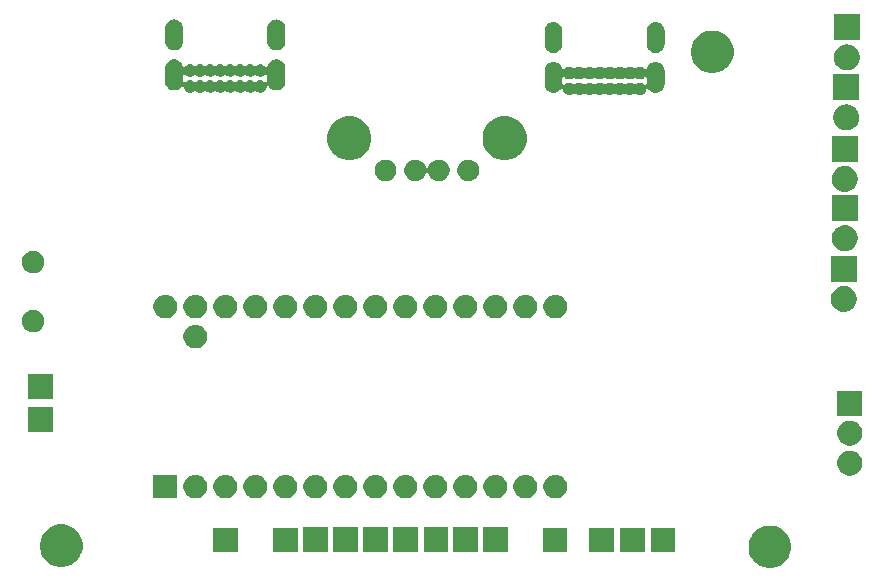
<source format=gbs>
G04 #@! TF.GenerationSoftware,KiCad,Pcbnew,(5.1.6)-1*
G04 #@! TF.CreationDate,2021-03-14T20:17:39+01:00*
G04 #@! TF.ProjectId,ErgoDOX,4572676f-444f-4582-9e6b-696361645f70,rev?*
G04 #@! TF.SameCoordinates,Original*
G04 #@! TF.FileFunction,Soldermask,Bot*
G04 #@! TF.FilePolarity,Negative*
%FSLAX46Y46*%
G04 Gerber Fmt 4.6, Leading zero omitted, Abs format (unit mm)*
G04 Created by KiCad (PCBNEW (5.1.6)-1) date 2021-03-14 20:17:39*
%MOMM*%
%LPD*%
G01*
G04 APERTURE LIST*
%ADD10C,0.150000*%
G04 APERTURE END LIST*
D10*
G36*
X125951173Y-73856495D02*
G01*
X126279334Y-73992424D01*
X126279336Y-73992425D01*
X126574673Y-74189763D01*
X126825837Y-74440927D01*
X126955288Y-74634664D01*
X127023176Y-74736266D01*
X127159105Y-75064427D01*
X127228400Y-75412799D01*
X127228400Y-75768001D01*
X127159105Y-76116373D01*
X127065260Y-76342934D01*
X127023175Y-76444536D01*
X126825837Y-76739873D01*
X126574673Y-76991037D01*
X126279336Y-77188375D01*
X126279335Y-77188376D01*
X126279334Y-77188376D01*
X125951173Y-77324305D01*
X125602801Y-77393600D01*
X125247599Y-77393600D01*
X124899227Y-77324305D01*
X124571066Y-77188376D01*
X124571065Y-77188376D01*
X124571064Y-77188375D01*
X124275727Y-76991037D01*
X124024563Y-76739873D01*
X123827225Y-76444536D01*
X123785140Y-76342934D01*
X123691295Y-76116373D01*
X123622000Y-75768001D01*
X123622000Y-75412799D01*
X123691295Y-75064427D01*
X123827224Y-74736266D01*
X123895112Y-74634664D01*
X124024563Y-74440927D01*
X124275727Y-74189763D01*
X124571064Y-73992425D01*
X124571066Y-73992424D01*
X124899227Y-73856495D01*
X125247599Y-73787200D01*
X125602801Y-73787200D01*
X125951173Y-73856495D01*
G37*
G36*
X65956373Y-73754895D02*
G01*
X66284534Y-73890824D01*
X66284536Y-73890825D01*
X66579873Y-74088163D01*
X66831037Y-74339327D01*
X67028375Y-74634664D01*
X67028376Y-74634666D01*
X67164305Y-74962827D01*
X67233600Y-75311199D01*
X67233600Y-75666401D01*
X67164305Y-76014773D01*
X67122220Y-76116374D01*
X67028375Y-76342936D01*
X66831037Y-76638273D01*
X66579873Y-76889437D01*
X66284536Y-77086775D01*
X66284535Y-77086776D01*
X66284534Y-77086776D01*
X65956373Y-77222705D01*
X65608001Y-77292000D01*
X65252799Y-77292000D01*
X64904427Y-77222705D01*
X64576266Y-77086776D01*
X64576265Y-77086776D01*
X64576264Y-77086775D01*
X64280927Y-76889437D01*
X64029763Y-76638273D01*
X63832425Y-76342936D01*
X63738580Y-76116374D01*
X63696495Y-76014773D01*
X63627200Y-75666401D01*
X63627200Y-75311199D01*
X63696495Y-74962827D01*
X63832424Y-74634666D01*
X63832425Y-74634664D01*
X64029763Y-74339327D01*
X64280927Y-74088163D01*
X64576264Y-73890825D01*
X64576266Y-73890824D01*
X64904427Y-73754895D01*
X65252799Y-73685600D01*
X65608001Y-73685600D01*
X65956373Y-73754895D01*
G37*
G36*
X85444700Y-76053200D02*
G01*
X83338300Y-76053200D01*
X83338300Y-73946800D01*
X85444700Y-73946800D01*
X85444700Y-76053200D01*
G37*
G36*
X80364700Y-76053200D02*
G01*
X78258300Y-76053200D01*
X78258300Y-73946800D01*
X80364700Y-73946800D01*
X80364700Y-76053200D01*
G37*
G36*
X117436000Y-76053200D02*
G01*
X115329600Y-76053200D01*
X115329600Y-73946800D01*
X117436000Y-73946800D01*
X117436000Y-76053200D01*
G37*
G36*
X114845200Y-76053200D02*
G01*
X112738800Y-76053200D01*
X112738800Y-73946800D01*
X114845200Y-73946800D01*
X114845200Y-76053200D01*
G37*
G36*
X112254400Y-76053200D02*
G01*
X110148000Y-76053200D01*
X110148000Y-73946800D01*
X112254400Y-73946800D01*
X112254400Y-76053200D01*
G37*
G36*
X108292000Y-76053200D02*
G01*
X106185600Y-76053200D01*
X106185600Y-73946800D01*
X108292000Y-73946800D01*
X108292000Y-76053200D01*
G37*
G36*
X93064700Y-76046700D02*
G01*
X90958300Y-76046700D01*
X90958300Y-73940300D01*
X93064700Y-73940300D01*
X93064700Y-76046700D01*
G37*
G36*
X98208200Y-76046700D02*
G01*
X96101800Y-76046700D01*
X96101800Y-73940300D01*
X98208200Y-73940300D01*
X98208200Y-76046700D01*
G37*
G36*
X95642800Y-76046700D02*
G01*
X93536400Y-76046700D01*
X93536400Y-73940300D01*
X95642800Y-73940300D01*
X95642800Y-76046700D01*
G37*
G36*
X103224700Y-76046700D02*
G01*
X101118300Y-76046700D01*
X101118300Y-73940300D01*
X103224700Y-73940300D01*
X103224700Y-76046700D01*
G37*
G36*
X87984700Y-76046700D02*
G01*
X85878300Y-76046700D01*
X85878300Y-73940300D01*
X87984700Y-73940300D01*
X87984700Y-76046700D01*
G37*
G36*
X100684700Y-76046700D02*
G01*
X98578300Y-76046700D01*
X98578300Y-73940300D01*
X100684700Y-73940300D01*
X100684700Y-76046700D01*
G37*
G36*
X90524700Y-76046700D02*
G01*
X88418300Y-76046700D01*
X88418300Y-73940300D01*
X90524700Y-73940300D01*
X90524700Y-76046700D01*
G37*
G36*
X89667215Y-69501076D02*
G01*
X89764123Y-69520352D01*
X89821938Y-69544300D01*
X89946692Y-69595975D01*
X89946693Y-69595976D01*
X90111003Y-69705764D01*
X90250736Y-69845497D01*
X90250737Y-69845499D01*
X90360525Y-70009808D01*
X90436148Y-70192378D01*
X90474700Y-70386192D01*
X90474700Y-70583808D01*
X90436148Y-70777622D01*
X90360525Y-70960192D01*
X90360524Y-70960193D01*
X90250736Y-71124503D01*
X90111003Y-71264236D01*
X90028290Y-71319503D01*
X89946692Y-71374025D01*
X89839746Y-71418324D01*
X89764123Y-71449648D01*
X89667215Y-71468924D01*
X89570308Y-71488200D01*
X89372692Y-71488200D01*
X89275785Y-71468924D01*
X89178877Y-71449648D01*
X89103254Y-71418324D01*
X88996308Y-71374025D01*
X88914710Y-71319503D01*
X88831997Y-71264236D01*
X88692264Y-71124503D01*
X88582476Y-70960193D01*
X88582475Y-70960192D01*
X88506852Y-70777622D01*
X88468300Y-70583808D01*
X88468300Y-70386192D01*
X88506852Y-70192378D01*
X88582475Y-70009808D01*
X88692263Y-69845499D01*
X88692264Y-69845497D01*
X88831997Y-69705764D01*
X88996307Y-69595976D01*
X88996308Y-69595975D01*
X89121062Y-69544300D01*
X89178877Y-69520352D01*
X89275785Y-69501076D01*
X89372692Y-69481800D01*
X89570308Y-69481800D01*
X89667215Y-69501076D01*
G37*
G36*
X75234700Y-71488200D02*
G01*
X73228300Y-71488200D01*
X73228300Y-69481800D01*
X75234700Y-69481800D01*
X75234700Y-71488200D01*
G37*
G36*
X107447215Y-69501076D02*
G01*
X107544123Y-69520352D01*
X107601938Y-69544300D01*
X107726692Y-69595975D01*
X107726693Y-69595976D01*
X107891003Y-69705764D01*
X108030736Y-69845497D01*
X108030737Y-69845499D01*
X108140525Y-70009808D01*
X108216148Y-70192378D01*
X108254700Y-70386192D01*
X108254700Y-70583808D01*
X108216148Y-70777622D01*
X108140525Y-70960192D01*
X108140524Y-70960193D01*
X108030736Y-71124503D01*
X107891003Y-71264236D01*
X107808290Y-71319503D01*
X107726692Y-71374025D01*
X107619746Y-71418324D01*
X107544123Y-71449648D01*
X107447215Y-71468924D01*
X107350308Y-71488200D01*
X107152692Y-71488200D01*
X107055785Y-71468924D01*
X106958877Y-71449648D01*
X106883254Y-71418324D01*
X106776308Y-71374025D01*
X106694710Y-71319503D01*
X106611997Y-71264236D01*
X106472264Y-71124503D01*
X106362476Y-70960193D01*
X106362475Y-70960192D01*
X106286852Y-70777622D01*
X106248300Y-70583808D01*
X106248300Y-70386192D01*
X106286852Y-70192378D01*
X106362475Y-70009808D01*
X106472263Y-69845499D01*
X106472264Y-69845497D01*
X106611997Y-69705764D01*
X106776307Y-69595976D01*
X106776308Y-69595975D01*
X106901062Y-69544300D01*
X106958877Y-69520352D01*
X107055785Y-69501076D01*
X107152692Y-69481800D01*
X107350308Y-69481800D01*
X107447215Y-69501076D01*
G37*
G36*
X104907215Y-69501076D02*
G01*
X105004123Y-69520352D01*
X105061938Y-69544300D01*
X105186692Y-69595975D01*
X105186693Y-69595976D01*
X105351003Y-69705764D01*
X105490736Y-69845497D01*
X105490737Y-69845499D01*
X105600525Y-70009808D01*
X105676148Y-70192378D01*
X105714700Y-70386192D01*
X105714700Y-70583808D01*
X105676148Y-70777622D01*
X105600525Y-70960192D01*
X105600524Y-70960193D01*
X105490736Y-71124503D01*
X105351003Y-71264236D01*
X105268290Y-71319503D01*
X105186692Y-71374025D01*
X105079746Y-71418324D01*
X105004123Y-71449648D01*
X104907215Y-71468924D01*
X104810308Y-71488200D01*
X104612692Y-71488200D01*
X104515785Y-71468924D01*
X104418877Y-71449648D01*
X104343254Y-71418324D01*
X104236308Y-71374025D01*
X104154710Y-71319503D01*
X104071997Y-71264236D01*
X103932264Y-71124503D01*
X103822476Y-70960193D01*
X103822475Y-70960192D01*
X103746852Y-70777622D01*
X103708300Y-70583808D01*
X103708300Y-70386192D01*
X103746852Y-70192378D01*
X103822475Y-70009808D01*
X103932263Y-69845499D01*
X103932264Y-69845497D01*
X104071997Y-69705764D01*
X104236307Y-69595976D01*
X104236308Y-69595975D01*
X104361062Y-69544300D01*
X104418877Y-69520352D01*
X104515785Y-69501076D01*
X104612692Y-69481800D01*
X104810308Y-69481800D01*
X104907215Y-69501076D01*
G37*
G36*
X102367215Y-69501076D02*
G01*
X102464123Y-69520352D01*
X102521938Y-69544300D01*
X102646692Y-69595975D01*
X102646693Y-69595976D01*
X102811003Y-69705764D01*
X102950736Y-69845497D01*
X102950737Y-69845499D01*
X103060525Y-70009808D01*
X103136148Y-70192378D01*
X103174700Y-70386192D01*
X103174700Y-70583808D01*
X103136148Y-70777622D01*
X103060525Y-70960192D01*
X103060524Y-70960193D01*
X102950736Y-71124503D01*
X102811003Y-71264236D01*
X102728290Y-71319503D01*
X102646692Y-71374025D01*
X102539746Y-71418324D01*
X102464123Y-71449648D01*
X102367215Y-71468924D01*
X102270308Y-71488200D01*
X102072692Y-71488200D01*
X101975785Y-71468924D01*
X101878877Y-71449648D01*
X101803254Y-71418324D01*
X101696308Y-71374025D01*
X101614710Y-71319503D01*
X101531997Y-71264236D01*
X101392264Y-71124503D01*
X101282476Y-70960193D01*
X101282475Y-70960192D01*
X101206852Y-70777622D01*
X101168300Y-70583808D01*
X101168300Y-70386192D01*
X101206852Y-70192378D01*
X101282475Y-70009808D01*
X101392263Y-69845499D01*
X101392264Y-69845497D01*
X101531997Y-69705764D01*
X101696307Y-69595976D01*
X101696308Y-69595975D01*
X101821062Y-69544300D01*
X101878877Y-69520352D01*
X101975785Y-69501076D01*
X102072692Y-69481800D01*
X102270308Y-69481800D01*
X102367215Y-69501076D01*
G37*
G36*
X76967215Y-69501076D02*
G01*
X77064123Y-69520352D01*
X77121938Y-69544300D01*
X77246692Y-69595975D01*
X77246693Y-69595976D01*
X77411003Y-69705764D01*
X77550736Y-69845497D01*
X77550737Y-69845499D01*
X77660525Y-70009808D01*
X77736148Y-70192378D01*
X77774700Y-70386192D01*
X77774700Y-70583808D01*
X77736148Y-70777622D01*
X77660525Y-70960192D01*
X77660524Y-70960193D01*
X77550736Y-71124503D01*
X77411003Y-71264236D01*
X77328290Y-71319503D01*
X77246692Y-71374025D01*
X77139746Y-71418324D01*
X77064123Y-71449648D01*
X76967215Y-71468924D01*
X76870308Y-71488200D01*
X76672692Y-71488200D01*
X76575785Y-71468924D01*
X76478877Y-71449648D01*
X76403254Y-71418324D01*
X76296308Y-71374025D01*
X76214710Y-71319503D01*
X76131997Y-71264236D01*
X75992264Y-71124503D01*
X75882476Y-70960193D01*
X75882475Y-70960192D01*
X75806852Y-70777622D01*
X75768300Y-70583808D01*
X75768300Y-70386192D01*
X75806852Y-70192378D01*
X75882475Y-70009808D01*
X75992263Y-69845499D01*
X75992264Y-69845497D01*
X76131997Y-69705764D01*
X76296307Y-69595976D01*
X76296308Y-69595975D01*
X76421062Y-69544300D01*
X76478877Y-69520352D01*
X76575785Y-69501076D01*
X76672692Y-69481800D01*
X76870308Y-69481800D01*
X76967215Y-69501076D01*
G37*
G36*
X79507215Y-69501076D02*
G01*
X79604123Y-69520352D01*
X79661938Y-69544300D01*
X79786692Y-69595975D01*
X79786693Y-69595976D01*
X79951003Y-69705764D01*
X80090736Y-69845497D01*
X80090737Y-69845499D01*
X80200525Y-70009808D01*
X80276148Y-70192378D01*
X80314700Y-70386192D01*
X80314700Y-70583808D01*
X80276148Y-70777622D01*
X80200525Y-70960192D01*
X80200524Y-70960193D01*
X80090736Y-71124503D01*
X79951003Y-71264236D01*
X79868290Y-71319503D01*
X79786692Y-71374025D01*
X79679746Y-71418324D01*
X79604123Y-71449648D01*
X79507215Y-71468924D01*
X79410308Y-71488200D01*
X79212692Y-71488200D01*
X79115785Y-71468924D01*
X79018877Y-71449648D01*
X78943254Y-71418324D01*
X78836308Y-71374025D01*
X78754710Y-71319503D01*
X78671997Y-71264236D01*
X78532264Y-71124503D01*
X78422476Y-70960193D01*
X78422475Y-70960192D01*
X78346852Y-70777622D01*
X78308300Y-70583808D01*
X78308300Y-70386192D01*
X78346852Y-70192378D01*
X78422475Y-70009808D01*
X78532263Y-69845499D01*
X78532264Y-69845497D01*
X78671997Y-69705764D01*
X78836307Y-69595976D01*
X78836308Y-69595975D01*
X78961062Y-69544300D01*
X79018877Y-69520352D01*
X79115785Y-69501076D01*
X79212692Y-69481800D01*
X79410308Y-69481800D01*
X79507215Y-69501076D01*
G37*
G36*
X82047215Y-69501076D02*
G01*
X82144123Y-69520352D01*
X82201938Y-69544300D01*
X82326692Y-69595975D01*
X82326693Y-69595976D01*
X82491003Y-69705764D01*
X82630736Y-69845497D01*
X82630737Y-69845499D01*
X82740525Y-70009808D01*
X82816148Y-70192378D01*
X82854700Y-70386192D01*
X82854700Y-70583808D01*
X82816148Y-70777622D01*
X82740525Y-70960192D01*
X82740524Y-70960193D01*
X82630736Y-71124503D01*
X82491003Y-71264236D01*
X82408290Y-71319503D01*
X82326692Y-71374025D01*
X82219746Y-71418324D01*
X82144123Y-71449648D01*
X82047215Y-71468924D01*
X81950308Y-71488200D01*
X81752692Y-71488200D01*
X81655785Y-71468924D01*
X81558877Y-71449648D01*
X81483254Y-71418324D01*
X81376308Y-71374025D01*
X81294710Y-71319503D01*
X81211997Y-71264236D01*
X81072264Y-71124503D01*
X80962476Y-70960193D01*
X80962475Y-70960192D01*
X80886852Y-70777622D01*
X80848300Y-70583808D01*
X80848300Y-70386192D01*
X80886852Y-70192378D01*
X80962475Y-70009808D01*
X81072263Y-69845499D01*
X81072264Y-69845497D01*
X81211997Y-69705764D01*
X81376307Y-69595976D01*
X81376308Y-69595975D01*
X81501062Y-69544300D01*
X81558877Y-69520352D01*
X81655785Y-69501076D01*
X81752692Y-69481800D01*
X81950308Y-69481800D01*
X82047215Y-69501076D01*
G37*
G36*
X84587215Y-69501076D02*
G01*
X84684123Y-69520352D01*
X84741938Y-69544300D01*
X84866692Y-69595975D01*
X84866693Y-69595976D01*
X85031003Y-69705764D01*
X85170736Y-69845497D01*
X85170737Y-69845499D01*
X85280525Y-70009808D01*
X85356148Y-70192378D01*
X85394700Y-70386192D01*
X85394700Y-70583808D01*
X85356148Y-70777622D01*
X85280525Y-70960192D01*
X85280524Y-70960193D01*
X85170736Y-71124503D01*
X85031003Y-71264236D01*
X84948290Y-71319503D01*
X84866692Y-71374025D01*
X84759746Y-71418324D01*
X84684123Y-71449648D01*
X84587215Y-71468924D01*
X84490308Y-71488200D01*
X84292692Y-71488200D01*
X84195785Y-71468924D01*
X84098877Y-71449648D01*
X84023254Y-71418324D01*
X83916308Y-71374025D01*
X83834710Y-71319503D01*
X83751997Y-71264236D01*
X83612264Y-71124503D01*
X83502476Y-70960193D01*
X83502475Y-70960192D01*
X83426852Y-70777622D01*
X83388300Y-70583808D01*
X83388300Y-70386192D01*
X83426852Y-70192378D01*
X83502475Y-70009808D01*
X83612263Y-69845499D01*
X83612264Y-69845497D01*
X83751997Y-69705764D01*
X83916307Y-69595976D01*
X83916308Y-69595975D01*
X84041062Y-69544300D01*
X84098877Y-69520352D01*
X84195785Y-69501076D01*
X84292692Y-69481800D01*
X84490308Y-69481800D01*
X84587215Y-69501076D01*
G37*
G36*
X87127215Y-69501076D02*
G01*
X87224123Y-69520352D01*
X87281938Y-69544300D01*
X87406692Y-69595975D01*
X87406693Y-69595976D01*
X87571003Y-69705764D01*
X87710736Y-69845497D01*
X87710737Y-69845499D01*
X87820525Y-70009808D01*
X87896148Y-70192378D01*
X87934700Y-70386192D01*
X87934700Y-70583808D01*
X87896148Y-70777622D01*
X87820525Y-70960192D01*
X87820524Y-70960193D01*
X87710736Y-71124503D01*
X87571003Y-71264236D01*
X87488290Y-71319503D01*
X87406692Y-71374025D01*
X87299746Y-71418324D01*
X87224123Y-71449648D01*
X87127215Y-71468924D01*
X87030308Y-71488200D01*
X86832692Y-71488200D01*
X86735785Y-71468924D01*
X86638877Y-71449648D01*
X86563254Y-71418324D01*
X86456308Y-71374025D01*
X86374710Y-71319503D01*
X86291997Y-71264236D01*
X86152264Y-71124503D01*
X86042476Y-70960193D01*
X86042475Y-70960192D01*
X85966852Y-70777622D01*
X85928300Y-70583808D01*
X85928300Y-70386192D01*
X85966852Y-70192378D01*
X86042475Y-70009808D01*
X86152263Y-69845499D01*
X86152264Y-69845497D01*
X86291997Y-69705764D01*
X86456307Y-69595976D01*
X86456308Y-69595975D01*
X86581062Y-69544300D01*
X86638877Y-69520352D01*
X86735785Y-69501076D01*
X86832692Y-69481800D01*
X87030308Y-69481800D01*
X87127215Y-69501076D01*
G37*
G36*
X92207215Y-69501076D02*
G01*
X92304123Y-69520352D01*
X92361938Y-69544300D01*
X92486692Y-69595975D01*
X92486693Y-69595976D01*
X92651003Y-69705764D01*
X92790736Y-69845497D01*
X92790737Y-69845499D01*
X92900525Y-70009808D01*
X92976148Y-70192378D01*
X93014700Y-70386192D01*
X93014700Y-70583808D01*
X92976148Y-70777622D01*
X92900525Y-70960192D01*
X92900524Y-70960193D01*
X92790736Y-71124503D01*
X92651003Y-71264236D01*
X92568290Y-71319503D01*
X92486692Y-71374025D01*
X92379746Y-71418324D01*
X92304123Y-71449648D01*
X92207215Y-71468924D01*
X92110308Y-71488200D01*
X91912692Y-71488200D01*
X91815785Y-71468924D01*
X91718877Y-71449648D01*
X91643254Y-71418324D01*
X91536308Y-71374025D01*
X91454710Y-71319503D01*
X91371997Y-71264236D01*
X91232264Y-71124503D01*
X91122476Y-70960193D01*
X91122475Y-70960192D01*
X91046852Y-70777622D01*
X91008300Y-70583808D01*
X91008300Y-70386192D01*
X91046852Y-70192378D01*
X91122475Y-70009808D01*
X91232263Y-69845499D01*
X91232264Y-69845497D01*
X91371997Y-69705764D01*
X91536307Y-69595976D01*
X91536308Y-69595975D01*
X91661062Y-69544300D01*
X91718877Y-69520352D01*
X91815785Y-69501076D01*
X91912692Y-69481800D01*
X92110308Y-69481800D01*
X92207215Y-69501076D01*
G37*
G36*
X94747215Y-69501076D02*
G01*
X94844123Y-69520352D01*
X94901938Y-69544300D01*
X95026692Y-69595975D01*
X95026693Y-69595976D01*
X95191003Y-69705764D01*
X95330736Y-69845497D01*
X95330737Y-69845499D01*
X95440525Y-70009808D01*
X95516148Y-70192378D01*
X95554700Y-70386192D01*
X95554700Y-70583808D01*
X95516148Y-70777622D01*
X95440525Y-70960192D01*
X95440524Y-70960193D01*
X95330736Y-71124503D01*
X95191003Y-71264236D01*
X95108290Y-71319503D01*
X95026692Y-71374025D01*
X94919746Y-71418324D01*
X94844123Y-71449648D01*
X94747215Y-71468924D01*
X94650308Y-71488200D01*
X94452692Y-71488200D01*
X94355785Y-71468924D01*
X94258877Y-71449648D01*
X94183254Y-71418324D01*
X94076308Y-71374025D01*
X93994710Y-71319503D01*
X93911997Y-71264236D01*
X93772264Y-71124503D01*
X93662476Y-70960193D01*
X93662475Y-70960192D01*
X93586852Y-70777622D01*
X93548300Y-70583808D01*
X93548300Y-70386192D01*
X93586852Y-70192378D01*
X93662475Y-70009808D01*
X93772263Y-69845499D01*
X93772264Y-69845497D01*
X93911997Y-69705764D01*
X94076307Y-69595976D01*
X94076308Y-69595975D01*
X94201062Y-69544300D01*
X94258877Y-69520352D01*
X94355785Y-69501076D01*
X94452692Y-69481800D01*
X94650308Y-69481800D01*
X94747215Y-69501076D01*
G37*
G36*
X97287215Y-69501076D02*
G01*
X97384123Y-69520352D01*
X97441938Y-69544300D01*
X97566692Y-69595975D01*
X97566693Y-69595976D01*
X97731003Y-69705764D01*
X97870736Y-69845497D01*
X97870737Y-69845499D01*
X97980525Y-70009808D01*
X98056148Y-70192378D01*
X98094700Y-70386192D01*
X98094700Y-70583808D01*
X98056148Y-70777622D01*
X97980525Y-70960192D01*
X97980524Y-70960193D01*
X97870736Y-71124503D01*
X97731003Y-71264236D01*
X97648290Y-71319503D01*
X97566692Y-71374025D01*
X97459746Y-71418324D01*
X97384123Y-71449648D01*
X97287215Y-71468924D01*
X97190308Y-71488200D01*
X96992692Y-71488200D01*
X96895785Y-71468924D01*
X96798877Y-71449648D01*
X96723254Y-71418324D01*
X96616308Y-71374025D01*
X96534710Y-71319503D01*
X96451997Y-71264236D01*
X96312264Y-71124503D01*
X96202476Y-70960193D01*
X96202475Y-70960192D01*
X96126852Y-70777622D01*
X96088300Y-70583808D01*
X96088300Y-70386192D01*
X96126852Y-70192378D01*
X96202475Y-70009808D01*
X96312263Y-69845499D01*
X96312264Y-69845497D01*
X96451997Y-69705764D01*
X96616307Y-69595976D01*
X96616308Y-69595975D01*
X96741062Y-69544300D01*
X96798877Y-69520352D01*
X96895785Y-69501076D01*
X96992692Y-69481800D01*
X97190308Y-69481800D01*
X97287215Y-69501076D01*
G37*
G36*
X99827215Y-69501076D02*
G01*
X99924123Y-69520352D01*
X99981938Y-69544300D01*
X100106692Y-69595975D01*
X100106693Y-69595976D01*
X100271003Y-69705764D01*
X100410736Y-69845497D01*
X100410737Y-69845499D01*
X100520525Y-70009808D01*
X100596148Y-70192378D01*
X100634700Y-70386192D01*
X100634700Y-70583808D01*
X100596148Y-70777622D01*
X100520525Y-70960192D01*
X100520524Y-70960193D01*
X100410736Y-71124503D01*
X100271003Y-71264236D01*
X100188290Y-71319503D01*
X100106692Y-71374025D01*
X99999746Y-71418324D01*
X99924123Y-71449648D01*
X99827215Y-71468924D01*
X99730308Y-71488200D01*
X99532692Y-71488200D01*
X99435785Y-71468924D01*
X99338877Y-71449648D01*
X99263254Y-71418324D01*
X99156308Y-71374025D01*
X99074710Y-71319503D01*
X98991997Y-71264236D01*
X98852264Y-71124503D01*
X98742476Y-70960193D01*
X98742475Y-70960192D01*
X98666852Y-70777622D01*
X98628300Y-70583808D01*
X98628300Y-70386192D01*
X98666852Y-70192378D01*
X98742475Y-70009808D01*
X98852263Y-69845499D01*
X98852264Y-69845497D01*
X98991997Y-69705764D01*
X99156307Y-69595976D01*
X99156308Y-69595975D01*
X99281062Y-69544300D01*
X99338877Y-69520352D01*
X99435785Y-69501076D01*
X99532692Y-69481800D01*
X99730308Y-69481800D01*
X99827215Y-69501076D01*
G37*
G36*
X132488807Y-67478373D02*
G01*
X132680476Y-67557765D01*
X132680477Y-67557766D01*
X132852976Y-67673026D01*
X132999674Y-67819724D01*
X132999675Y-67819726D01*
X133114935Y-67992224D01*
X133194327Y-68183893D01*
X133234800Y-68387368D01*
X133234800Y-68594832D01*
X133194327Y-68798307D01*
X133114935Y-68989976D01*
X133114934Y-68989977D01*
X132999674Y-69162476D01*
X132852976Y-69309174D01*
X132766140Y-69367196D01*
X132680476Y-69424435D01*
X132488807Y-69503827D01*
X132285332Y-69544300D01*
X132077868Y-69544300D01*
X131874393Y-69503827D01*
X131682724Y-69424435D01*
X131597060Y-69367196D01*
X131510224Y-69309174D01*
X131363526Y-69162476D01*
X131248266Y-68989977D01*
X131248265Y-68989976D01*
X131168873Y-68798307D01*
X131128400Y-68594832D01*
X131128400Y-68387368D01*
X131168873Y-68183893D01*
X131248265Y-67992224D01*
X131363525Y-67819726D01*
X131363526Y-67819724D01*
X131510224Y-67673026D01*
X131682723Y-67557766D01*
X131682724Y-67557765D01*
X131874393Y-67478373D01*
X132077868Y-67437900D01*
X132285332Y-67437900D01*
X132488807Y-67478373D01*
G37*
G36*
X132488807Y-64938373D02*
G01*
X132680476Y-65017765D01*
X132680477Y-65017766D01*
X132852976Y-65133026D01*
X132999674Y-65279724D01*
X132999675Y-65279726D01*
X133114935Y-65452224D01*
X133194327Y-65643893D01*
X133234800Y-65847368D01*
X133234800Y-66054832D01*
X133194327Y-66258307D01*
X133114935Y-66449976D01*
X133114934Y-66449977D01*
X132999674Y-66622476D01*
X132852976Y-66769174D01*
X132766140Y-66827196D01*
X132680476Y-66884435D01*
X132488807Y-66963827D01*
X132285332Y-67004300D01*
X132077868Y-67004300D01*
X131874393Y-66963827D01*
X131682724Y-66884435D01*
X131597060Y-66827196D01*
X131510224Y-66769174D01*
X131363526Y-66622476D01*
X131248266Y-66449977D01*
X131248265Y-66449976D01*
X131168873Y-66258307D01*
X131128400Y-66054832D01*
X131128400Y-65847368D01*
X131168873Y-65643893D01*
X131248265Y-65452224D01*
X131363525Y-65279726D01*
X131363526Y-65279724D01*
X131510224Y-65133026D01*
X131682723Y-65017766D01*
X131682724Y-65017765D01*
X131874393Y-64938373D01*
X132077868Y-64897900D01*
X132285332Y-64897900D01*
X132488807Y-64938373D01*
G37*
G36*
X64692900Y-65823200D02*
G01*
X62586500Y-65823200D01*
X62586500Y-63716800D01*
X64692900Y-63716800D01*
X64692900Y-65823200D01*
G37*
G36*
X133234800Y-64464300D02*
G01*
X131128400Y-64464300D01*
X131128400Y-62357900D01*
X133234800Y-62357900D01*
X133234800Y-64464300D01*
G37*
G36*
X64692900Y-63029200D02*
G01*
X62586500Y-63029200D01*
X62586500Y-60922800D01*
X64692900Y-60922800D01*
X64692900Y-63029200D01*
G37*
G36*
X76967215Y-56801076D02*
G01*
X77064123Y-56820352D01*
X77139746Y-56851676D01*
X77246692Y-56895975D01*
X77246693Y-56895976D01*
X77411003Y-57005764D01*
X77550736Y-57145497D01*
X77550737Y-57145499D01*
X77660525Y-57309808D01*
X77736148Y-57492378D01*
X77774700Y-57686192D01*
X77774700Y-57883808D01*
X77736148Y-58077622D01*
X77660525Y-58260192D01*
X77660524Y-58260193D01*
X77550736Y-58424503D01*
X77411003Y-58564236D01*
X77328290Y-58619503D01*
X77246692Y-58674025D01*
X77139746Y-58718324D01*
X77064123Y-58749648D01*
X76967215Y-58768924D01*
X76870308Y-58788200D01*
X76672692Y-58788200D01*
X76575785Y-58768924D01*
X76478877Y-58749648D01*
X76403254Y-58718324D01*
X76296308Y-58674025D01*
X76214710Y-58619503D01*
X76131997Y-58564236D01*
X75992264Y-58424503D01*
X75882476Y-58260193D01*
X75882475Y-58260192D01*
X75806852Y-58077622D01*
X75768300Y-57883808D01*
X75768300Y-57686192D01*
X75806852Y-57492378D01*
X75882475Y-57309808D01*
X75992263Y-57145499D01*
X75992264Y-57145497D01*
X76131997Y-57005764D01*
X76296307Y-56895976D01*
X76296308Y-56895975D01*
X76403254Y-56851676D01*
X76478877Y-56820352D01*
X76575785Y-56801076D01*
X76672692Y-56781800D01*
X76870308Y-56781800D01*
X76967215Y-56801076D01*
G37*
G36*
X63333538Y-55534931D02*
G01*
X63507009Y-55606784D01*
X63600596Y-55669318D01*
X63663130Y-55711101D01*
X63795899Y-55843870D01*
X63823049Y-55884503D01*
X63900216Y-55999991D01*
X63972069Y-56173462D01*
X64008700Y-56357617D01*
X64008700Y-56545383D01*
X63972069Y-56729538D01*
X63900216Y-56903009D01*
X63837682Y-56996596D01*
X63795899Y-57059130D01*
X63663130Y-57191899D01*
X63600596Y-57233682D01*
X63507009Y-57296216D01*
X63333538Y-57368069D01*
X63149383Y-57404700D01*
X62961617Y-57404700D01*
X62777462Y-57368069D01*
X62603991Y-57296216D01*
X62510404Y-57233682D01*
X62447870Y-57191899D01*
X62315101Y-57059130D01*
X62273318Y-56996596D01*
X62210784Y-56903009D01*
X62138931Y-56729538D01*
X62102300Y-56545383D01*
X62102300Y-56357617D01*
X62138931Y-56173462D01*
X62210784Y-55999991D01*
X62287951Y-55884503D01*
X62315101Y-55843870D01*
X62447870Y-55711101D01*
X62510404Y-55669318D01*
X62603991Y-55606784D01*
X62777462Y-55534931D01*
X62961617Y-55498300D01*
X63149383Y-55498300D01*
X63333538Y-55534931D01*
G37*
G36*
X76967215Y-54261076D02*
G01*
X77064123Y-54280352D01*
X77139746Y-54311676D01*
X77246692Y-54355975D01*
X77246693Y-54355976D01*
X77411003Y-54465764D01*
X77550736Y-54605497D01*
X77550737Y-54605499D01*
X77660525Y-54769808D01*
X77736148Y-54952378D01*
X77774700Y-55146192D01*
X77774700Y-55343808D01*
X77736148Y-55537622D01*
X77660525Y-55720192D01*
X77660524Y-55720193D01*
X77550736Y-55884503D01*
X77411003Y-56024236D01*
X77328290Y-56079503D01*
X77246692Y-56134025D01*
X77151483Y-56173462D01*
X77064123Y-56209648D01*
X76967215Y-56228924D01*
X76870308Y-56248200D01*
X76672692Y-56248200D01*
X76575785Y-56228924D01*
X76478877Y-56209648D01*
X76391517Y-56173462D01*
X76296308Y-56134025D01*
X76214710Y-56079503D01*
X76131997Y-56024236D01*
X75992264Y-55884503D01*
X75882476Y-55720193D01*
X75882475Y-55720192D01*
X75806852Y-55537622D01*
X75768300Y-55343808D01*
X75768300Y-55146192D01*
X75806852Y-54952378D01*
X75882475Y-54769808D01*
X75992263Y-54605499D01*
X75992264Y-54605497D01*
X76131997Y-54465764D01*
X76296307Y-54355976D01*
X76296308Y-54355975D01*
X76403254Y-54311676D01*
X76478877Y-54280352D01*
X76575785Y-54261076D01*
X76672692Y-54241800D01*
X76870308Y-54241800D01*
X76967215Y-54261076D01*
G37*
G36*
X89667215Y-54261076D02*
G01*
X89764123Y-54280352D01*
X89839746Y-54311676D01*
X89946692Y-54355975D01*
X89946693Y-54355976D01*
X90111003Y-54465764D01*
X90250736Y-54605497D01*
X90250737Y-54605499D01*
X90360525Y-54769808D01*
X90436148Y-54952378D01*
X90474700Y-55146192D01*
X90474700Y-55343808D01*
X90436148Y-55537622D01*
X90360525Y-55720192D01*
X90360524Y-55720193D01*
X90250736Y-55884503D01*
X90111003Y-56024236D01*
X90028290Y-56079503D01*
X89946692Y-56134025D01*
X89851483Y-56173462D01*
X89764123Y-56209648D01*
X89667215Y-56228924D01*
X89570308Y-56248200D01*
X89372692Y-56248200D01*
X89275785Y-56228924D01*
X89178877Y-56209648D01*
X89091517Y-56173462D01*
X88996308Y-56134025D01*
X88914710Y-56079503D01*
X88831997Y-56024236D01*
X88692264Y-55884503D01*
X88582476Y-55720193D01*
X88582475Y-55720192D01*
X88506852Y-55537622D01*
X88468300Y-55343808D01*
X88468300Y-55146192D01*
X88506852Y-54952378D01*
X88582475Y-54769808D01*
X88692263Y-54605499D01*
X88692264Y-54605497D01*
X88831997Y-54465764D01*
X88996307Y-54355976D01*
X88996308Y-54355975D01*
X89103254Y-54311676D01*
X89178877Y-54280352D01*
X89275785Y-54261076D01*
X89372692Y-54241800D01*
X89570308Y-54241800D01*
X89667215Y-54261076D01*
G37*
G36*
X84587215Y-54261076D02*
G01*
X84684123Y-54280352D01*
X84759746Y-54311676D01*
X84866692Y-54355975D01*
X84866693Y-54355976D01*
X85031003Y-54465764D01*
X85170736Y-54605497D01*
X85170737Y-54605499D01*
X85280525Y-54769808D01*
X85356148Y-54952378D01*
X85394700Y-55146192D01*
X85394700Y-55343808D01*
X85356148Y-55537622D01*
X85280525Y-55720192D01*
X85280524Y-55720193D01*
X85170736Y-55884503D01*
X85031003Y-56024236D01*
X84948290Y-56079503D01*
X84866692Y-56134025D01*
X84771483Y-56173462D01*
X84684123Y-56209648D01*
X84587215Y-56228924D01*
X84490308Y-56248200D01*
X84292692Y-56248200D01*
X84195785Y-56228924D01*
X84098877Y-56209648D01*
X84011517Y-56173462D01*
X83916308Y-56134025D01*
X83834710Y-56079503D01*
X83751997Y-56024236D01*
X83612264Y-55884503D01*
X83502476Y-55720193D01*
X83502475Y-55720192D01*
X83426852Y-55537622D01*
X83388300Y-55343808D01*
X83388300Y-55146192D01*
X83426852Y-54952378D01*
X83502475Y-54769808D01*
X83612263Y-54605499D01*
X83612264Y-54605497D01*
X83751997Y-54465764D01*
X83916307Y-54355976D01*
X83916308Y-54355975D01*
X84023254Y-54311676D01*
X84098877Y-54280352D01*
X84195785Y-54261076D01*
X84292692Y-54241800D01*
X84490308Y-54241800D01*
X84587215Y-54261076D01*
G37*
G36*
X82047215Y-54261076D02*
G01*
X82144123Y-54280352D01*
X82219746Y-54311676D01*
X82326692Y-54355975D01*
X82326693Y-54355976D01*
X82491003Y-54465764D01*
X82630736Y-54605497D01*
X82630737Y-54605499D01*
X82740525Y-54769808D01*
X82816148Y-54952378D01*
X82854700Y-55146192D01*
X82854700Y-55343808D01*
X82816148Y-55537622D01*
X82740525Y-55720192D01*
X82740524Y-55720193D01*
X82630736Y-55884503D01*
X82491003Y-56024236D01*
X82408290Y-56079503D01*
X82326692Y-56134025D01*
X82231483Y-56173462D01*
X82144123Y-56209648D01*
X82047215Y-56228924D01*
X81950308Y-56248200D01*
X81752692Y-56248200D01*
X81655785Y-56228924D01*
X81558877Y-56209648D01*
X81471517Y-56173462D01*
X81376308Y-56134025D01*
X81294710Y-56079503D01*
X81211997Y-56024236D01*
X81072264Y-55884503D01*
X80962476Y-55720193D01*
X80962475Y-55720192D01*
X80886852Y-55537622D01*
X80848300Y-55343808D01*
X80848300Y-55146192D01*
X80886852Y-54952378D01*
X80962475Y-54769808D01*
X81072263Y-54605499D01*
X81072264Y-54605497D01*
X81211997Y-54465764D01*
X81376307Y-54355976D01*
X81376308Y-54355975D01*
X81483254Y-54311676D01*
X81558877Y-54280352D01*
X81655785Y-54261076D01*
X81752692Y-54241800D01*
X81950308Y-54241800D01*
X82047215Y-54261076D01*
G37*
G36*
X74427215Y-54261076D02*
G01*
X74524123Y-54280352D01*
X74599746Y-54311676D01*
X74706692Y-54355975D01*
X74706693Y-54355976D01*
X74871003Y-54465764D01*
X75010736Y-54605497D01*
X75010737Y-54605499D01*
X75120525Y-54769808D01*
X75196148Y-54952378D01*
X75234700Y-55146192D01*
X75234700Y-55343808D01*
X75196148Y-55537622D01*
X75120525Y-55720192D01*
X75120524Y-55720193D01*
X75010736Y-55884503D01*
X74871003Y-56024236D01*
X74788290Y-56079503D01*
X74706692Y-56134025D01*
X74611483Y-56173462D01*
X74524123Y-56209648D01*
X74427215Y-56228924D01*
X74330308Y-56248200D01*
X74132692Y-56248200D01*
X74035785Y-56228924D01*
X73938877Y-56209648D01*
X73851517Y-56173462D01*
X73756308Y-56134025D01*
X73674710Y-56079503D01*
X73591997Y-56024236D01*
X73452264Y-55884503D01*
X73342476Y-55720193D01*
X73342475Y-55720192D01*
X73266852Y-55537622D01*
X73228300Y-55343808D01*
X73228300Y-55146192D01*
X73266852Y-54952378D01*
X73342475Y-54769808D01*
X73452263Y-54605499D01*
X73452264Y-54605497D01*
X73591997Y-54465764D01*
X73756307Y-54355976D01*
X73756308Y-54355975D01*
X73863254Y-54311676D01*
X73938877Y-54280352D01*
X74035785Y-54261076D01*
X74132692Y-54241800D01*
X74330308Y-54241800D01*
X74427215Y-54261076D01*
G37*
G36*
X79507215Y-54261076D02*
G01*
X79604123Y-54280352D01*
X79679746Y-54311676D01*
X79786692Y-54355975D01*
X79786693Y-54355976D01*
X79951003Y-54465764D01*
X80090736Y-54605497D01*
X80090737Y-54605499D01*
X80200525Y-54769808D01*
X80276148Y-54952378D01*
X80314700Y-55146192D01*
X80314700Y-55343808D01*
X80276148Y-55537622D01*
X80200525Y-55720192D01*
X80200524Y-55720193D01*
X80090736Y-55884503D01*
X79951003Y-56024236D01*
X79868290Y-56079503D01*
X79786692Y-56134025D01*
X79691483Y-56173462D01*
X79604123Y-56209648D01*
X79507215Y-56228924D01*
X79410308Y-56248200D01*
X79212692Y-56248200D01*
X79115785Y-56228924D01*
X79018877Y-56209648D01*
X78931517Y-56173462D01*
X78836308Y-56134025D01*
X78754710Y-56079503D01*
X78671997Y-56024236D01*
X78532264Y-55884503D01*
X78422476Y-55720193D01*
X78422475Y-55720192D01*
X78346852Y-55537622D01*
X78308300Y-55343808D01*
X78308300Y-55146192D01*
X78346852Y-54952378D01*
X78422475Y-54769808D01*
X78532263Y-54605499D01*
X78532264Y-54605497D01*
X78671997Y-54465764D01*
X78836307Y-54355976D01*
X78836308Y-54355975D01*
X78943254Y-54311676D01*
X79018877Y-54280352D01*
X79115785Y-54261076D01*
X79212692Y-54241800D01*
X79410308Y-54241800D01*
X79507215Y-54261076D01*
G37*
G36*
X87127215Y-54261076D02*
G01*
X87224123Y-54280352D01*
X87299746Y-54311676D01*
X87406692Y-54355975D01*
X87406693Y-54355976D01*
X87571003Y-54465764D01*
X87710736Y-54605497D01*
X87710737Y-54605499D01*
X87820525Y-54769808D01*
X87896148Y-54952378D01*
X87934700Y-55146192D01*
X87934700Y-55343808D01*
X87896148Y-55537622D01*
X87820525Y-55720192D01*
X87820524Y-55720193D01*
X87710736Y-55884503D01*
X87571003Y-56024236D01*
X87488290Y-56079503D01*
X87406692Y-56134025D01*
X87311483Y-56173462D01*
X87224123Y-56209648D01*
X87127215Y-56228924D01*
X87030308Y-56248200D01*
X86832692Y-56248200D01*
X86735785Y-56228924D01*
X86638877Y-56209648D01*
X86551517Y-56173462D01*
X86456308Y-56134025D01*
X86374710Y-56079503D01*
X86291997Y-56024236D01*
X86152264Y-55884503D01*
X86042476Y-55720193D01*
X86042475Y-55720192D01*
X85966852Y-55537622D01*
X85928300Y-55343808D01*
X85928300Y-55146192D01*
X85966852Y-54952378D01*
X86042475Y-54769808D01*
X86152263Y-54605499D01*
X86152264Y-54605497D01*
X86291997Y-54465764D01*
X86456307Y-54355976D01*
X86456308Y-54355975D01*
X86563254Y-54311676D01*
X86638877Y-54280352D01*
X86735785Y-54261076D01*
X86832692Y-54241800D01*
X87030308Y-54241800D01*
X87127215Y-54261076D01*
G37*
G36*
X107447215Y-54261076D02*
G01*
X107544123Y-54280352D01*
X107619746Y-54311676D01*
X107726692Y-54355975D01*
X107726693Y-54355976D01*
X107891003Y-54465764D01*
X108030736Y-54605497D01*
X108030737Y-54605499D01*
X108140525Y-54769808D01*
X108216148Y-54952378D01*
X108254700Y-55146192D01*
X108254700Y-55343808D01*
X108216148Y-55537622D01*
X108140525Y-55720192D01*
X108140524Y-55720193D01*
X108030736Y-55884503D01*
X107891003Y-56024236D01*
X107808290Y-56079503D01*
X107726692Y-56134025D01*
X107631483Y-56173462D01*
X107544123Y-56209648D01*
X107447215Y-56228924D01*
X107350308Y-56248200D01*
X107152692Y-56248200D01*
X107055785Y-56228924D01*
X106958877Y-56209648D01*
X106871517Y-56173462D01*
X106776308Y-56134025D01*
X106694710Y-56079503D01*
X106611997Y-56024236D01*
X106472264Y-55884503D01*
X106362476Y-55720193D01*
X106362475Y-55720192D01*
X106286852Y-55537622D01*
X106248300Y-55343808D01*
X106248300Y-55146192D01*
X106286852Y-54952378D01*
X106362475Y-54769808D01*
X106472263Y-54605499D01*
X106472264Y-54605497D01*
X106611997Y-54465764D01*
X106776307Y-54355976D01*
X106776308Y-54355975D01*
X106883254Y-54311676D01*
X106958877Y-54280352D01*
X107055785Y-54261076D01*
X107152692Y-54241800D01*
X107350308Y-54241800D01*
X107447215Y-54261076D01*
G37*
G36*
X104907215Y-54261076D02*
G01*
X105004123Y-54280352D01*
X105079746Y-54311676D01*
X105186692Y-54355975D01*
X105186693Y-54355976D01*
X105351003Y-54465764D01*
X105490736Y-54605497D01*
X105490737Y-54605499D01*
X105600525Y-54769808D01*
X105676148Y-54952378D01*
X105714700Y-55146192D01*
X105714700Y-55343808D01*
X105676148Y-55537622D01*
X105600525Y-55720192D01*
X105600524Y-55720193D01*
X105490736Y-55884503D01*
X105351003Y-56024236D01*
X105268290Y-56079503D01*
X105186692Y-56134025D01*
X105091483Y-56173462D01*
X105004123Y-56209648D01*
X104907215Y-56228924D01*
X104810308Y-56248200D01*
X104612692Y-56248200D01*
X104515785Y-56228924D01*
X104418877Y-56209648D01*
X104331517Y-56173462D01*
X104236308Y-56134025D01*
X104154710Y-56079503D01*
X104071997Y-56024236D01*
X103932264Y-55884503D01*
X103822476Y-55720193D01*
X103822475Y-55720192D01*
X103746852Y-55537622D01*
X103708300Y-55343808D01*
X103708300Y-55146192D01*
X103746852Y-54952378D01*
X103822475Y-54769808D01*
X103932263Y-54605499D01*
X103932264Y-54605497D01*
X104071997Y-54465764D01*
X104236307Y-54355976D01*
X104236308Y-54355975D01*
X104343254Y-54311676D01*
X104418877Y-54280352D01*
X104515785Y-54261076D01*
X104612692Y-54241800D01*
X104810308Y-54241800D01*
X104907215Y-54261076D01*
G37*
G36*
X102367215Y-54261076D02*
G01*
X102464123Y-54280352D01*
X102539746Y-54311676D01*
X102646692Y-54355975D01*
X102646693Y-54355976D01*
X102811003Y-54465764D01*
X102950736Y-54605497D01*
X102950737Y-54605499D01*
X103060525Y-54769808D01*
X103136148Y-54952378D01*
X103174700Y-55146192D01*
X103174700Y-55343808D01*
X103136148Y-55537622D01*
X103060525Y-55720192D01*
X103060524Y-55720193D01*
X102950736Y-55884503D01*
X102811003Y-56024236D01*
X102728290Y-56079503D01*
X102646692Y-56134025D01*
X102551483Y-56173462D01*
X102464123Y-56209648D01*
X102367215Y-56228924D01*
X102270308Y-56248200D01*
X102072692Y-56248200D01*
X101975785Y-56228924D01*
X101878877Y-56209648D01*
X101791517Y-56173462D01*
X101696308Y-56134025D01*
X101614710Y-56079503D01*
X101531997Y-56024236D01*
X101392264Y-55884503D01*
X101282476Y-55720193D01*
X101282475Y-55720192D01*
X101206852Y-55537622D01*
X101168300Y-55343808D01*
X101168300Y-55146192D01*
X101206852Y-54952378D01*
X101282475Y-54769808D01*
X101392263Y-54605499D01*
X101392264Y-54605497D01*
X101531997Y-54465764D01*
X101696307Y-54355976D01*
X101696308Y-54355975D01*
X101803254Y-54311676D01*
X101878877Y-54280352D01*
X101975785Y-54261076D01*
X102072692Y-54241800D01*
X102270308Y-54241800D01*
X102367215Y-54261076D01*
G37*
G36*
X99827215Y-54261076D02*
G01*
X99924123Y-54280352D01*
X99999746Y-54311676D01*
X100106692Y-54355975D01*
X100106693Y-54355976D01*
X100271003Y-54465764D01*
X100410736Y-54605497D01*
X100410737Y-54605499D01*
X100520525Y-54769808D01*
X100596148Y-54952378D01*
X100634700Y-55146192D01*
X100634700Y-55343808D01*
X100596148Y-55537622D01*
X100520525Y-55720192D01*
X100520524Y-55720193D01*
X100410736Y-55884503D01*
X100271003Y-56024236D01*
X100188290Y-56079503D01*
X100106692Y-56134025D01*
X100011483Y-56173462D01*
X99924123Y-56209648D01*
X99827215Y-56228924D01*
X99730308Y-56248200D01*
X99532692Y-56248200D01*
X99435785Y-56228924D01*
X99338877Y-56209648D01*
X99251517Y-56173462D01*
X99156308Y-56134025D01*
X99074710Y-56079503D01*
X98991997Y-56024236D01*
X98852264Y-55884503D01*
X98742476Y-55720193D01*
X98742475Y-55720192D01*
X98666852Y-55537622D01*
X98628300Y-55343808D01*
X98628300Y-55146192D01*
X98666852Y-54952378D01*
X98742475Y-54769808D01*
X98852263Y-54605499D01*
X98852264Y-54605497D01*
X98991997Y-54465764D01*
X99156307Y-54355976D01*
X99156308Y-54355975D01*
X99263254Y-54311676D01*
X99338877Y-54280352D01*
X99435785Y-54261076D01*
X99532692Y-54241800D01*
X99730308Y-54241800D01*
X99827215Y-54261076D01*
G37*
G36*
X97287215Y-54261076D02*
G01*
X97384123Y-54280352D01*
X97459746Y-54311676D01*
X97566692Y-54355975D01*
X97566693Y-54355976D01*
X97731003Y-54465764D01*
X97870736Y-54605497D01*
X97870737Y-54605499D01*
X97980525Y-54769808D01*
X98056148Y-54952378D01*
X98094700Y-55146192D01*
X98094700Y-55343808D01*
X98056148Y-55537622D01*
X97980525Y-55720192D01*
X97980524Y-55720193D01*
X97870736Y-55884503D01*
X97731003Y-56024236D01*
X97648290Y-56079503D01*
X97566692Y-56134025D01*
X97471483Y-56173462D01*
X97384123Y-56209648D01*
X97287215Y-56228924D01*
X97190308Y-56248200D01*
X96992692Y-56248200D01*
X96895785Y-56228924D01*
X96798877Y-56209648D01*
X96711517Y-56173462D01*
X96616308Y-56134025D01*
X96534710Y-56079503D01*
X96451997Y-56024236D01*
X96312264Y-55884503D01*
X96202476Y-55720193D01*
X96202475Y-55720192D01*
X96126852Y-55537622D01*
X96088300Y-55343808D01*
X96088300Y-55146192D01*
X96126852Y-54952378D01*
X96202475Y-54769808D01*
X96312263Y-54605499D01*
X96312264Y-54605497D01*
X96451997Y-54465764D01*
X96616307Y-54355976D01*
X96616308Y-54355975D01*
X96723254Y-54311676D01*
X96798877Y-54280352D01*
X96895785Y-54261076D01*
X96992692Y-54241800D01*
X97190308Y-54241800D01*
X97287215Y-54261076D01*
G37*
G36*
X92207215Y-54261076D02*
G01*
X92304123Y-54280352D01*
X92379746Y-54311676D01*
X92486692Y-54355975D01*
X92486693Y-54355976D01*
X92651003Y-54465764D01*
X92790736Y-54605497D01*
X92790737Y-54605499D01*
X92900525Y-54769808D01*
X92976148Y-54952378D01*
X93014700Y-55146192D01*
X93014700Y-55343808D01*
X92976148Y-55537622D01*
X92900525Y-55720192D01*
X92900524Y-55720193D01*
X92790736Y-55884503D01*
X92651003Y-56024236D01*
X92568290Y-56079503D01*
X92486692Y-56134025D01*
X92391483Y-56173462D01*
X92304123Y-56209648D01*
X92207215Y-56228924D01*
X92110308Y-56248200D01*
X91912692Y-56248200D01*
X91815785Y-56228924D01*
X91718877Y-56209648D01*
X91631517Y-56173462D01*
X91536308Y-56134025D01*
X91454710Y-56079503D01*
X91371997Y-56024236D01*
X91232264Y-55884503D01*
X91122476Y-55720193D01*
X91122475Y-55720192D01*
X91046852Y-55537622D01*
X91008300Y-55343808D01*
X91008300Y-55146192D01*
X91046852Y-54952378D01*
X91122475Y-54769808D01*
X91232263Y-54605499D01*
X91232264Y-54605497D01*
X91371997Y-54465764D01*
X91536307Y-54355976D01*
X91536308Y-54355975D01*
X91643254Y-54311676D01*
X91718877Y-54280352D01*
X91815785Y-54261076D01*
X91912692Y-54241800D01*
X92110308Y-54241800D01*
X92207215Y-54261076D01*
G37*
G36*
X94747215Y-54261076D02*
G01*
X94844123Y-54280352D01*
X94919746Y-54311676D01*
X95026692Y-54355975D01*
X95026693Y-54355976D01*
X95191003Y-54465764D01*
X95330736Y-54605497D01*
X95330737Y-54605499D01*
X95440525Y-54769808D01*
X95516148Y-54952378D01*
X95554700Y-55146192D01*
X95554700Y-55343808D01*
X95516148Y-55537622D01*
X95440525Y-55720192D01*
X95440524Y-55720193D01*
X95330736Y-55884503D01*
X95191003Y-56024236D01*
X95108290Y-56079503D01*
X95026692Y-56134025D01*
X94931483Y-56173462D01*
X94844123Y-56209648D01*
X94747215Y-56228924D01*
X94650308Y-56248200D01*
X94452692Y-56248200D01*
X94355785Y-56228924D01*
X94258877Y-56209648D01*
X94171517Y-56173462D01*
X94076308Y-56134025D01*
X93994710Y-56079503D01*
X93911997Y-56024236D01*
X93772264Y-55884503D01*
X93662476Y-55720193D01*
X93662475Y-55720192D01*
X93586852Y-55537622D01*
X93548300Y-55343808D01*
X93548300Y-55146192D01*
X93586852Y-54952378D01*
X93662475Y-54769808D01*
X93772263Y-54605499D01*
X93772264Y-54605497D01*
X93911997Y-54465764D01*
X94076307Y-54355976D01*
X94076308Y-54355975D01*
X94183254Y-54311676D01*
X94258877Y-54280352D01*
X94355785Y-54261076D01*
X94452692Y-54241800D01*
X94650308Y-54241800D01*
X94747215Y-54261076D01*
G37*
G36*
X131914224Y-53504235D02*
G01*
X132020792Y-53525432D01*
X132103953Y-53559879D01*
X132221560Y-53608593D01*
X132402248Y-53729325D01*
X132555912Y-53882989D01*
X132676644Y-54063677D01*
X132759805Y-54264446D01*
X132802200Y-54477580D01*
X132802200Y-54694894D01*
X132759805Y-54908028D01*
X132676644Y-55108797D01*
X132555912Y-55289485D01*
X132402248Y-55443149D01*
X132221560Y-55563881D01*
X132117983Y-55606784D01*
X132020792Y-55647042D01*
X131914224Y-55668239D01*
X131807657Y-55689437D01*
X131590343Y-55689437D01*
X131483776Y-55668239D01*
X131377208Y-55647042D01*
X131280017Y-55606784D01*
X131176440Y-55563881D01*
X130995752Y-55443149D01*
X130842088Y-55289485D01*
X130721356Y-55108797D01*
X130638195Y-54908028D01*
X130595800Y-54694894D01*
X130595800Y-54477580D01*
X130638195Y-54264446D01*
X130721356Y-54063677D01*
X130842088Y-53882989D01*
X130995752Y-53729325D01*
X131176440Y-53608593D01*
X131294047Y-53559879D01*
X131377208Y-53525432D01*
X131483776Y-53504235D01*
X131590343Y-53483037D01*
X131807657Y-53483037D01*
X131914224Y-53504235D01*
G37*
G36*
X132802200Y-53149437D02*
G01*
X130595800Y-53149437D01*
X130595800Y-50943037D01*
X132802200Y-50943037D01*
X132802200Y-53149437D01*
G37*
G36*
X63333538Y-50534931D02*
G01*
X63507009Y-50606784D01*
X63600596Y-50669318D01*
X63663130Y-50711101D01*
X63795899Y-50843870D01*
X63837682Y-50906404D01*
X63900216Y-50999991D01*
X63972069Y-51173462D01*
X64008700Y-51357617D01*
X64008700Y-51545383D01*
X63972069Y-51729538D01*
X63900216Y-51903009D01*
X63837682Y-51996596D01*
X63795899Y-52059130D01*
X63663130Y-52191899D01*
X63600596Y-52233682D01*
X63507009Y-52296216D01*
X63333538Y-52368069D01*
X63149383Y-52404700D01*
X62961617Y-52404700D01*
X62777462Y-52368069D01*
X62603991Y-52296216D01*
X62510404Y-52233682D01*
X62447870Y-52191899D01*
X62315101Y-52059130D01*
X62273318Y-51996596D01*
X62210784Y-51903009D01*
X62138931Y-51729538D01*
X62102300Y-51545383D01*
X62102300Y-51357617D01*
X62138931Y-51173462D01*
X62210784Y-50999991D01*
X62273318Y-50906404D01*
X62315101Y-50843870D01*
X62447870Y-50711101D01*
X62510404Y-50669318D01*
X62603991Y-50606784D01*
X62777462Y-50534931D01*
X62961617Y-50498300D01*
X63149383Y-50498300D01*
X63333538Y-50534931D01*
G37*
G36*
X131977724Y-48360734D02*
G01*
X132084292Y-48381932D01*
X132167453Y-48416379D01*
X132285060Y-48465093D01*
X132465748Y-48585825D01*
X132619412Y-48739489D01*
X132740144Y-48920177D01*
X132823305Y-49120946D01*
X132865700Y-49334080D01*
X132865700Y-49551394D01*
X132823305Y-49764528D01*
X132740144Y-49965297D01*
X132619412Y-50145985D01*
X132465748Y-50299649D01*
X132285060Y-50420381D01*
X132167453Y-50469095D01*
X132084292Y-50503542D01*
X131977724Y-50524740D01*
X131871157Y-50545937D01*
X131653843Y-50545937D01*
X131547276Y-50524740D01*
X131440708Y-50503542D01*
X131357547Y-50469095D01*
X131239940Y-50420381D01*
X131059252Y-50299649D01*
X130905588Y-50145985D01*
X130784856Y-49965297D01*
X130701695Y-49764528D01*
X130659300Y-49551394D01*
X130659300Y-49334080D01*
X130701695Y-49120946D01*
X130784856Y-48920177D01*
X130905588Y-48739489D01*
X131059252Y-48585825D01*
X131239940Y-48465093D01*
X131357547Y-48416379D01*
X131440708Y-48381932D01*
X131547276Y-48360735D01*
X131653843Y-48339537D01*
X131871157Y-48339537D01*
X131977724Y-48360734D01*
G37*
G36*
X132865700Y-48005937D02*
G01*
X130659300Y-48005937D01*
X130659300Y-45799537D01*
X132865700Y-45799537D01*
X132865700Y-48005937D01*
G37*
G36*
X131977724Y-43344235D02*
G01*
X132084292Y-43365432D01*
X132167453Y-43399879D01*
X132285060Y-43448593D01*
X132465748Y-43569325D01*
X132619412Y-43722989D01*
X132740144Y-43903677D01*
X132788858Y-44021284D01*
X132823305Y-44104445D01*
X132831065Y-44143457D01*
X132865700Y-44317580D01*
X132865700Y-44534894D01*
X132823305Y-44748028D01*
X132740144Y-44948797D01*
X132619412Y-45129485D01*
X132465748Y-45283149D01*
X132285060Y-45403881D01*
X132167453Y-45452595D01*
X132084292Y-45487042D01*
X131977724Y-45508240D01*
X131871157Y-45529437D01*
X131653843Y-45529437D01*
X131547276Y-45508240D01*
X131440708Y-45487042D01*
X131357547Y-45452595D01*
X131239940Y-45403881D01*
X131059252Y-45283149D01*
X130905588Y-45129485D01*
X130784856Y-44948797D01*
X130701695Y-44748028D01*
X130659300Y-44534894D01*
X130659300Y-44317580D01*
X130693935Y-44143457D01*
X130701695Y-44104445D01*
X130736142Y-44021284D01*
X130784856Y-43903677D01*
X130905588Y-43722989D01*
X131059252Y-43569325D01*
X131239940Y-43448593D01*
X131357547Y-43399879D01*
X131440708Y-43365432D01*
X131547276Y-43344234D01*
X131653843Y-43323037D01*
X131871157Y-43323037D01*
X131977724Y-43344235D01*
G37*
G36*
X95601470Y-42815298D02*
G01*
X95660537Y-42827047D01*
X95827457Y-42896188D01*
X95977681Y-42996564D01*
X96105436Y-43124319D01*
X96205812Y-43274543D01*
X96205813Y-43274545D01*
X96277516Y-43447651D01*
X96289067Y-43469262D01*
X96304612Y-43488204D01*
X96323554Y-43503749D01*
X96345165Y-43515300D01*
X96368614Y-43522413D01*
X96393000Y-43524815D01*
X96417386Y-43522413D01*
X96440835Y-43515300D01*
X96462446Y-43503749D01*
X96481388Y-43488204D01*
X96496933Y-43469262D01*
X96508484Y-43447651D01*
X96580187Y-43274545D01*
X96580188Y-43274543D01*
X96680564Y-43124319D01*
X96808319Y-42996564D01*
X96958543Y-42896188D01*
X97125463Y-42827047D01*
X97184530Y-42815298D01*
X97302662Y-42791800D01*
X97483338Y-42791800D01*
X97601470Y-42815298D01*
X97660537Y-42827047D01*
X97827457Y-42896188D01*
X97977681Y-42996564D01*
X98105436Y-43124319D01*
X98205812Y-43274543D01*
X98274953Y-43441463D01*
X98310200Y-43618664D01*
X98310200Y-43799336D01*
X98274953Y-43976537D01*
X98205812Y-44143457D01*
X98105436Y-44293681D01*
X97977681Y-44421436D01*
X97827457Y-44521812D01*
X97827456Y-44521813D01*
X97827455Y-44521813D01*
X97778567Y-44542063D01*
X97660537Y-44590953D01*
X97601470Y-44602702D01*
X97483338Y-44626200D01*
X97302662Y-44626200D01*
X97184530Y-44602702D01*
X97125463Y-44590953D01*
X97007433Y-44542063D01*
X96958545Y-44521813D01*
X96958544Y-44521813D01*
X96958543Y-44521812D01*
X96808319Y-44421436D01*
X96680564Y-44293681D01*
X96580188Y-44143457D01*
X96564029Y-44104445D01*
X96508484Y-43970349D01*
X96496933Y-43948738D01*
X96481388Y-43929796D01*
X96462446Y-43914251D01*
X96440835Y-43902700D01*
X96417386Y-43895587D01*
X96393000Y-43893185D01*
X96368614Y-43895587D01*
X96345165Y-43902700D01*
X96323554Y-43914251D01*
X96304612Y-43929796D01*
X96289067Y-43948738D01*
X96277516Y-43970349D01*
X96221972Y-44104445D01*
X96205812Y-44143457D01*
X96105436Y-44293681D01*
X95977681Y-44421436D01*
X95827457Y-44521812D01*
X95827456Y-44521813D01*
X95827455Y-44521813D01*
X95778567Y-44542063D01*
X95660537Y-44590953D01*
X95601470Y-44602702D01*
X95483338Y-44626200D01*
X95302662Y-44626200D01*
X95184530Y-44602702D01*
X95125463Y-44590953D01*
X95007433Y-44542063D01*
X94958545Y-44521813D01*
X94958544Y-44521813D01*
X94958543Y-44521812D01*
X94808319Y-44421436D01*
X94680564Y-44293681D01*
X94580188Y-44143457D01*
X94511047Y-43976537D01*
X94475800Y-43799336D01*
X94475800Y-43618664D01*
X94511047Y-43441463D01*
X94580188Y-43274543D01*
X94680564Y-43124319D01*
X94808319Y-42996564D01*
X94958543Y-42896188D01*
X95125463Y-42827047D01*
X95184530Y-42815298D01*
X95302662Y-42791800D01*
X95483338Y-42791800D01*
X95601470Y-42815298D01*
G37*
G36*
X100101470Y-42815298D02*
G01*
X100160537Y-42827047D01*
X100327457Y-42896188D01*
X100477681Y-42996564D01*
X100605436Y-43124319D01*
X100705812Y-43274543D01*
X100774953Y-43441463D01*
X100810200Y-43618664D01*
X100810200Y-43799336D01*
X100774953Y-43976537D01*
X100705812Y-44143457D01*
X100605436Y-44293681D01*
X100477681Y-44421436D01*
X100327457Y-44521812D01*
X100327456Y-44521813D01*
X100327455Y-44521813D01*
X100278567Y-44542063D01*
X100160537Y-44590953D01*
X100101470Y-44602702D01*
X99983338Y-44626200D01*
X99802662Y-44626200D01*
X99684530Y-44602702D01*
X99625463Y-44590953D01*
X99507433Y-44542063D01*
X99458545Y-44521813D01*
X99458544Y-44521813D01*
X99458543Y-44521812D01*
X99308319Y-44421436D01*
X99180564Y-44293681D01*
X99080188Y-44143457D01*
X99011047Y-43976537D01*
X98975800Y-43799336D01*
X98975800Y-43618664D01*
X99011047Y-43441463D01*
X99080188Y-43274543D01*
X99180564Y-43124319D01*
X99308319Y-42996564D01*
X99458543Y-42896188D01*
X99625463Y-42827047D01*
X99684530Y-42815298D01*
X99802662Y-42791800D01*
X99983338Y-42791800D01*
X100101470Y-42815298D01*
G37*
G36*
X93101470Y-42815298D02*
G01*
X93160537Y-42827047D01*
X93327457Y-42896188D01*
X93477681Y-42996564D01*
X93605436Y-43124319D01*
X93705812Y-43274543D01*
X93774953Y-43441463D01*
X93810200Y-43618664D01*
X93810200Y-43799336D01*
X93774953Y-43976537D01*
X93705812Y-44143457D01*
X93605436Y-44293681D01*
X93477681Y-44421436D01*
X93327457Y-44521812D01*
X93327456Y-44521813D01*
X93327455Y-44521813D01*
X93278567Y-44542063D01*
X93160537Y-44590953D01*
X93101470Y-44602702D01*
X92983338Y-44626200D01*
X92802662Y-44626200D01*
X92684530Y-44602702D01*
X92625463Y-44590953D01*
X92507433Y-44542063D01*
X92458545Y-44521813D01*
X92458544Y-44521813D01*
X92458543Y-44521812D01*
X92308319Y-44421436D01*
X92180564Y-44293681D01*
X92080188Y-44143457D01*
X92011047Y-43976537D01*
X91975800Y-43799336D01*
X91975800Y-43618664D01*
X92011047Y-43441463D01*
X92080188Y-43274543D01*
X92180564Y-43124319D01*
X92308319Y-42996564D01*
X92458543Y-42896188D01*
X92625463Y-42827047D01*
X92684530Y-42815298D01*
X92802662Y-42791800D01*
X92983338Y-42791800D01*
X93101470Y-42815298D01*
G37*
G36*
X132865700Y-42989437D02*
G01*
X130659300Y-42989437D01*
X130659300Y-40783037D01*
X132865700Y-40783037D01*
X132865700Y-42989437D01*
G37*
G36*
X103197481Y-39147978D02*
G01*
X103505892Y-39209324D01*
X103844609Y-39349626D01*
X104149446Y-39553311D01*
X104408689Y-39812554D01*
X104612374Y-40117391D01*
X104752676Y-40456108D01*
X104824200Y-40815688D01*
X104824200Y-41182312D01*
X104752676Y-41541892D01*
X104612374Y-41880609D01*
X104408689Y-42185446D01*
X104149446Y-42444689D01*
X103844609Y-42648374D01*
X103505892Y-42788676D01*
X103197481Y-42850022D01*
X103146313Y-42860200D01*
X102779687Y-42860200D01*
X102728519Y-42850022D01*
X102420108Y-42788676D01*
X102081391Y-42648374D01*
X101776554Y-42444689D01*
X101517311Y-42185446D01*
X101313626Y-41880609D01*
X101173324Y-41541892D01*
X101101800Y-41182312D01*
X101101800Y-40815688D01*
X101173324Y-40456108D01*
X101313626Y-40117391D01*
X101517311Y-39812554D01*
X101776554Y-39553311D01*
X102081391Y-39349626D01*
X102420108Y-39209324D01*
X102728519Y-39147978D01*
X102779687Y-39137800D01*
X103146313Y-39137800D01*
X103197481Y-39147978D01*
G37*
G36*
X90057481Y-39147978D02*
G01*
X90365892Y-39209324D01*
X90704609Y-39349626D01*
X91009446Y-39553311D01*
X91268689Y-39812554D01*
X91472374Y-40117391D01*
X91612676Y-40456108D01*
X91684200Y-40815688D01*
X91684200Y-41182312D01*
X91612676Y-41541892D01*
X91472374Y-41880609D01*
X91268689Y-42185446D01*
X91009446Y-42444689D01*
X90704609Y-42648374D01*
X90365892Y-42788676D01*
X90057481Y-42850022D01*
X90006313Y-42860200D01*
X89639687Y-42860200D01*
X89588519Y-42850022D01*
X89280108Y-42788676D01*
X88941391Y-42648374D01*
X88636554Y-42444689D01*
X88377311Y-42185446D01*
X88173626Y-41880609D01*
X88033324Y-41541892D01*
X87961800Y-41182312D01*
X87961800Y-40815688D01*
X88033324Y-40456108D01*
X88173626Y-40117391D01*
X88377311Y-39812554D01*
X88636554Y-39553311D01*
X88941391Y-39349626D01*
X89280108Y-39209324D01*
X89588519Y-39147978D01*
X89639687Y-39137800D01*
X90006313Y-39137800D01*
X90057481Y-39147978D01*
G37*
G36*
X132104724Y-38137235D02*
G01*
X132211292Y-38158432D01*
X132294453Y-38192879D01*
X132412060Y-38241593D01*
X132592748Y-38362325D01*
X132746412Y-38515989D01*
X132867144Y-38696677D01*
X132915858Y-38814284D01*
X132950305Y-38897445D01*
X132992700Y-39110581D01*
X132992700Y-39327893D01*
X132950305Y-39541029D01*
X132945217Y-39553312D01*
X132867144Y-39741797D01*
X132746412Y-39922485D01*
X132592748Y-40076149D01*
X132412060Y-40196881D01*
X132294453Y-40245595D01*
X132211292Y-40280042D01*
X132104724Y-40301239D01*
X131998157Y-40322437D01*
X131780843Y-40322437D01*
X131674276Y-40301239D01*
X131567708Y-40280042D01*
X131484547Y-40245595D01*
X131366940Y-40196881D01*
X131186252Y-40076149D01*
X131032588Y-39922485D01*
X130911856Y-39741797D01*
X130833783Y-39553312D01*
X130828695Y-39541029D01*
X130786300Y-39327893D01*
X130786300Y-39110581D01*
X130828695Y-38897445D01*
X130863142Y-38814284D01*
X130911856Y-38696677D01*
X131032588Y-38515989D01*
X131186252Y-38362325D01*
X131366940Y-38241593D01*
X131484547Y-38192879D01*
X131567708Y-38158432D01*
X131674276Y-38137235D01*
X131780843Y-38116037D01*
X131998157Y-38116037D01*
X132104724Y-38137235D01*
G37*
G36*
X132992700Y-37782437D02*
G01*
X130786300Y-37782437D01*
X130786300Y-35576037D01*
X132992700Y-35576037D01*
X132992700Y-37782437D01*
G37*
G36*
X115903235Y-34536156D02*
G01*
X115974603Y-34557805D01*
X116045970Y-34579454D01*
X116045972Y-34579455D01*
X116177512Y-34649765D01*
X116292812Y-34744388D01*
X116387435Y-34859688D01*
X116429090Y-34937619D01*
X116457746Y-34991230D01*
X116459238Y-34996149D01*
X116501044Y-35133965D01*
X116512000Y-35245206D01*
X116512000Y-36427594D01*
X116501044Y-36538835D01*
X116501043Y-36538837D01*
X116461322Y-36669782D01*
X116457745Y-36681572D01*
X116387435Y-36813112D01*
X116292812Y-36928411D01*
X116177511Y-37023035D01*
X116045971Y-37093345D01*
X116045969Y-37093346D01*
X115996335Y-37108402D01*
X115903234Y-37136644D01*
X115754800Y-37151263D01*
X115606365Y-37136644D01*
X115513264Y-37108402D01*
X115463630Y-37093346D01*
X115463628Y-37093345D01*
X115332088Y-37023035D01*
X115216789Y-36928412D01*
X115146423Y-36842670D01*
X115129096Y-36825343D01*
X115108722Y-36811729D01*
X115086083Y-36802352D01*
X115062050Y-36797571D01*
X115037546Y-36797571D01*
X115013512Y-36802351D01*
X114990874Y-36811728D01*
X114970499Y-36825342D01*
X114953172Y-36842669D01*
X114939558Y-36863043D01*
X114930181Y-36885682D01*
X114927200Y-36897581D01*
X114912702Y-36970470D01*
X114872885Y-37066597D01*
X114815080Y-37153108D01*
X114741508Y-37226680D01*
X114654997Y-37284485D01*
X114654996Y-37284486D01*
X114654995Y-37284486D01*
X114558870Y-37324302D01*
X114456825Y-37344600D01*
X114352775Y-37344600D01*
X114250730Y-37324302D01*
X114154605Y-37284486D01*
X114154604Y-37284486D01*
X114154603Y-37284485D01*
X114068092Y-37226680D01*
X114068088Y-37226676D01*
X114067983Y-37226606D01*
X114049246Y-37211230D01*
X114027635Y-37199679D01*
X114004186Y-37192566D01*
X113979800Y-37190164D01*
X113955414Y-37192566D01*
X113931965Y-37199679D01*
X113910354Y-37211230D01*
X113891617Y-37226606D01*
X113891512Y-37226676D01*
X113891508Y-37226680D01*
X113804997Y-37284485D01*
X113804996Y-37284486D01*
X113804995Y-37284486D01*
X113708870Y-37324302D01*
X113606825Y-37344600D01*
X113502775Y-37344600D01*
X113400730Y-37324302D01*
X113304605Y-37284486D01*
X113304604Y-37284486D01*
X113304603Y-37284485D01*
X113218092Y-37226680D01*
X113218088Y-37226676D01*
X113217983Y-37226606D01*
X113199246Y-37211230D01*
X113177635Y-37199679D01*
X113154186Y-37192566D01*
X113129800Y-37190164D01*
X113105414Y-37192566D01*
X113081965Y-37199679D01*
X113060354Y-37211230D01*
X113041617Y-37226606D01*
X113041512Y-37226676D01*
X113041508Y-37226680D01*
X112954997Y-37284485D01*
X112954996Y-37284486D01*
X112954995Y-37284486D01*
X112858870Y-37324302D01*
X112756825Y-37344600D01*
X112652775Y-37344600D01*
X112550730Y-37324302D01*
X112454605Y-37284486D01*
X112454604Y-37284486D01*
X112454603Y-37284485D01*
X112368092Y-37226680D01*
X112368088Y-37226676D01*
X112367983Y-37226606D01*
X112349246Y-37211230D01*
X112327635Y-37199679D01*
X112304186Y-37192566D01*
X112279800Y-37190164D01*
X112255414Y-37192566D01*
X112231965Y-37199679D01*
X112210354Y-37211230D01*
X112191617Y-37226606D01*
X112191512Y-37226676D01*
X112191508Y-37226680D01*
X112104997Y-37284485D01*
X112104996Y-37284486D01*
X112104995Y-37284486D01*
X112008870Y-37324302D01*
X111906825Y-37344600D01*
X111802775Y-37344600D01*
X111700730Y-37324302D01*
X111604605Y-37284486D01*
X111604604Y-37284486D01*
X111604603Y-37284485D01*
X111518092Y-37226680D01*
X111518088Y-37226676D01*
X111517983Y-37226606D01*
X111499246Y-37211230D01*
X111477635Y-37199679D01*
X111454186Y-37192566D01*
X111429800Y-37190164D01*
X111405414Y-37192566D01*
X111381965Y-37199679D01*
X111360354Y-37211230D01*
X111341617Y-37226606D01*
X111341512Y-37226676D01*
X111341508Y-37226680D01*
X111254997Y-37284485D01*
X111254996Y-37284486D01*
X111254995Y-37284486D01*
X111158870Y-37324302D01*
X111056825Y-37344600D01*
X110952775Y-37344600D01*
X110850730Y-37324302D01*
X110754605Y-37284486D01*
X110754604Y-37284486D01*
X110754603Y-37284485D01*
X110668092Y-37226680D01*
X110668088Y-37226676D01*
X110667983Y-37226606D01*
X110649246Y-37211230D01*
X110627635Y-37199679D01*
X110604186Y-37192566D01*
X110579800Y-37190164D01*
X110555414Y-37192566D01*
X110531965Y-37199679D01*
X110510354Y-37211230D01*
X110491617Y-37226606D01*
X110491512Y-37226676D01*
X110491508Y-37226680D01*
X110404997Y-37284485D01*
X110404996Y-37284486D01*
X110404995Y-37284486D01*
X110308870Y-37324302D01*
X110206825Y-37344600D01*
X110102775Y-37344600D01*
X110000730Y-37324302D01*
X109904605Y-37284486D01*
X109904604Y-37284486D01*
X109904603Y-37284485D01*
X109818092Y-37226680D01*
X109818088Y-37226676D01*
X109817983Y-37226606D01*
X109799246Y-37211230D01*
X109777635Y-37199679D01*
X109754186Y-37192566D01*
X109729800Y-37190164D01*
X109705414Y-37192566D01*
X109681965Y-37199679D01*
X109660354Y-37211230D01*
X109641617Y-37226606D01*
X109641512Y-37226676D01*
X109641508Y-37226680D01*
X109554997Y-37284485D01*
X109554996Y-37284486D01*
X109554995Y-37284486D01*
X109458870Y-37324302D01*
X109356825Y-37344600D01*
X109252775Y-37344600D01*
X109150730Y-37324302D01*
X109054605Y-37284486D01*
X109054604Y-37284486D01*
X109054603Y-37284485D01*
X108968092Y-37226680D01*
X108968088Y-37226676D01*
X108967983Y-37226606D01*
X108949246Y-37211230D01*
X108927635Y-37199679D01*
X108904186Y-37192566D01*
X108879800Y-37190164D01*
X108855414Y-37192566D01*
X108831965Y-37199679D01*
X108810354Y-37211230D01*
X108791617Y-37226606D01*
X108791512Y-37226676D01*
X108791508Y-37226680D01*
X108704997Y-37284485D01*
X108704996Y-37284486D01*
X108704995Y-37284486D01*
X108608870Y-37324302D01*
X108506825Y-37344600D01*
X108402775Y-37344600D01*
X108300730Y-37324302D01*
X108204605Y-37284486D01*
X108204604Y-37284486D01*
X108204603Y-37284485D01*
X108118092Y-37226680D01*
X108044520Y-37153108D01*
X107986715Y-37066597D01*
X107946898Y-36970470D01*
X107940282Y-36937208D01*
X107932400Y-36897583D01*
X107925287Y-36874134D01*
X107913736Y-36852523D01*
X107898191Y-36833581D01*
X107879249Y-36818036D01*
X107857638Y-36806485D01*
X107834189Y-36799372D01*
X107809803Y-36796970D01*
X107785417Y-36799372D01*
X107761968Y-36806485D01*
X107740357Y-36818036D01*
X107721415Y-36833581D01*
X107713177Y-36842671D01*
X107642812Y-36928411D01*
X107527511Y-37023035D01*
X107395971Y-37093345D01*
X107395969Y-37093346D01*
X107346335Y-37108402D01*
X107253234Y-37136644D01*
X107104800Y-37151263D01*
X106956365Y-37136644D01*
X106863264Y-37108402D01*
X106813630Y-37093346D01*
X106813628Y-37093345D01*
X106682088Y-37023035D01*
X106566789Y-36928412D01*
X106472165Y-36813111D01*
X106401855Y-36681571D01*
X106385232Y-36626771D01*
X106371368Y-36581070D01*
X106358556Y-36538834D01*
X106347600Y-36427593D01*
X106347600Y-35922362D01*
X107862000Y-35922362D01*
X107862000Y-36360438D01*
X107864402Y-36384824D01*
X107871515Y-36408273D01*
X107883066Y-36429884D01*
X107898611Y-36448826D01*
X107917553Y-36464371D01*
X107939164Y-36475922D01*
X107962613Y-36483035D01*
X107986999Y-36485437D01*
X108011385Y-36483035D01*
X108034834Y-36475922D01*
X108056445Y-36464371D01*
X108075381Y-36448831D01*
X108118092Y-36406120D01*
X108204603Y-36348315D01*
X108300730Y-36308498D01*
X108402775Y-36288200D01*
X108506825Y-36288200D01*
X108608870Y-36308498D01*
X108704997Y-36348315D01*
X108791508Y-36406120D01*
X108791512Y-36406124D01*
X108791617Y-36406194D01*
X108810354Y-36421570D01*
X108831965Y-36433121D01*
X108855414Y-36440234D01*
X108879800Y-36442636D01*
X108904186Y-36440234D01*
X108927635Y-36433121D01*
X108949246Y-36421570D01*
X108967983Y-36406194D01*
X108968088Y-36406124D01*
X108968092Y-36406120D01*
X109054603Y-36348315D01*
X109150730Y-36308498D01*
X109252775Y-36288200D01*
X109356825Y-36288200D01*
X109458870Y-36308498D01*
X109554997Y-36348315D01*
X109641508Y-36406120D01*
X109641512Y-36406124D01*
X109641617Y-36406194D01*
X109660354Y-36421570D01*
X109681965Y-36433121D01*
X109705414Y-36440234D01*
X109729800Y-36442636D01*
X109754186Y-36440234D01*
X109777635Y-36433121D01*
X109799246Y-36421570D01*
X109817983Y-36406194D01*
X109818088Y-36406124D01*
X109818092Y-36406120D01*
X109904603Y-36348315D01*
X110000730Y-36308498D01*
X110102775Y-36288200D01*
X110206825Y-36288200D01*
X110308870Y-36308498D01*
X110404997Y-36348315D01*
X110491508Y-36406120D01*
X110491512Y-36406124D01*
X110491617Y-36406194D01*
X110510354Y-36421570D01*
X110531965Y-36433121D01*
X110555414Y-36440234D01*
X110579800Y-36442636D01*
X110604186Y-36440234D01*
X110627635Y-36433121D01*
X110649246Y-36421570D01*
X110667983Y-36406194D01*
X110668088Y-36406124D01*
X110668092Y-36406120D01*
X110754603Y-36348315D01*
X110850730Y-36308498D01*
X110952775Y-36288200D01*
X111056825Y-36288200D01*
X111158870Y-36308498D01*
X111254997Y-36348315D01*
X111341508Y-36406120D01*
X111341512Y-36406124D01*
X111341617Y-36406194D01*
X111360354Y-36421570D01*
X111381965Y-36433121D01*
X111405414Y-36440234D01*
X111429800Y-36442636D01*
X111454186Y-36440234D01*
X111477635Y-36433121D01*
X111499246Y-36421570D01*
X111517983Y-36406194D01*
X111518088Y-36406124D01*
X111518092Y-36406120D01*
X111604603Y-36348315D01*
X111700730Y-36308498D01*
X111802775Y-36288200D01*
X111906825Y-36288200D01*
X112008870Y-36308498D01*
X112104997Y-36348315D01*
X112191508Y-36406120D01*
X112191512Y-36406124D01*
X112191617Y-36406194D01*
X112210354Y-36421570D01*
X112231965Y-36433121D01*
X112255414Y-36440234D01*
X112279800Y-36442636D01*
X112304186Y-36440234D01*
X112327635Y-36433121D01*
X112349246Y-36421570D01*
X112367983Y-36406194D01*
X112368088Y-36406124D01*
X112368092Y-36406120D01*
X112454603Y-36348315D01*
X112550730Y-36308498D01*
X112652775Y-36288200D01*
X112756825Y-36288200D01*
X112858870Y-36308498D01*
X112954997Y-36348315D01*
X113041508Y-36406120D01*
X113041512Y-36406124D01*
X113041617Y-36406194D01*
X113060354Y-36421570D01*
X113081965Y-36433121D01*
X113105414Y-36440234D01*
X113129800Y-36442636D01*
X113154186Y-36440234D01*
X113177635Y-36433121D01*
X113199246Y-36421570D01*
X113217983Y-36406194D01*
X113218088Y-36406124D01*
X113218092Y-36406120D01*
X113304603Y-36348315D01*
X113400730Y-36308498D01*
X113502775Y-36288200D01*
X113606825Y-36288200D01*
X113708870Y-36308498D01*
X113804997Y-36348315D01*
X113891508Y-36406120D01*
X113891512Y-36406124D01*
X113891617Y-36406194D01*
X113910354Y-36421570D01*
X113931965Y-36433121D01*
X113955414Y-36440234D01*
X113979800Y-36442636D01*
X114004186Y-36440234D01*
X114027635Y-36433121D01*
X114049246Y-36421570D01*
X114067983Y-36406194D01*
X114068088Y-36406124D01*
X114068092Y-36406120D01*
X114154603Y-36348315D01*
X114250730Y-36308498D01*
X114352775Y-36288200D01*
X114456825Y-36288200D01*
X114558870Y-36308498D01*
X114654997Y-36348315D01*
X114741508Y-36406120D01*
X114784219Y-36448831D01*
X114803155Y-36464371D01*
X114824766Y-36475922D01*
X114848215Y-36483035D01*
X114872601Y-36485437D01*
X114896987Y-36483035D01*
X114920436Y-36475922D01*
X114942047Y-36464371D01*
X114960989Y-36448826D01*
X114976534Y-36429884D01*
X114988085Y-36408273D01*
X114995198Y-36384824D01*
X114997600Y-36360438D01*
X114997600Y-35922362D01*
X114995198Y-35897976D01*
X114988085Y-35874527D01*
X114976534Y-35852916D01*
X114960989Y-35833974D01*
X114942047Y-35818429D01*
X114920436Y-35806878D01*
X114896987Y-35799765D01*
X114872601Y-35797363D01*
X114848215Y-35799765D01*
X114824766Y-35806878D01*
X114803155Y-35818429D01*
X114784219Y-35833969D01*
X114741508Y-35876680D01*
X114654997Y-35934485D01*
X114654996Y-35934486D01*
X114654995Y-35934486D01*
X114558870Y-35974302D01*
X114456825Y-35994600D01*
X114352775Y-35994600D01*
X114250730Y-35974302D01*
X114154605Y-35934486D01*
X114154604Y-35934486D01*
X114154603Y-35934485D01*
X114068092Y-35876680D01*
X114068088Y-35876676D01*
X114067983Y-35876606D01*
X114049246Y-35861230D01*
X114027635Y-35849679D01*
X114004186Y-35842566D01*
X113979800Y-35840164D01*
X113955414Y-35842566D01*
X113931965Y-35849679D01*
X113910354Y-35861230D01*
X113891617Y-35876606D01*
X113891512Y-35876676D01*
X113891508Y-35876680D01*
X113804997Y-35934485D01*
X113804996Y-35934486D01*
X113804995Y-35934486D01*
X113708870Y-35974302D01*
X113606825Y-35994600D01*
X113502775Y-35994600D01*
X113400730Y-35974302D01*
X113304605Y-35934486D01*
X113304604Y-35934486D01*
X113304603Y-35934485D01*
X113218092Y-35876680D01*
X113218088Y-35876676D01*
X113217983Y-35876606D01*
X113199246Y-35861230D01*
X113177635Y-35849679D01*
X113154186Y-35842566D01*
X113129800Y-35840164D01*
X113105414Y-35842566D01*
X113081965Y-35849679D01*
X113060354Y-35861230D01*
X113041617Y-35876606D01*
X113041512Y-35876676D01*
X113041508Y-35876680D01*
X112954997Y-35934485D01*
X112954996Y-35934486D01*
X112954995Y-35934486D01*
X112858870Y-35974302D01*
X112756825Y-35994600D01*
X112652775Y-35994600D01*
X112550730Y-35974302D01*
X112454605Y-35934486D01*
X112454604Y-35934486D01*
X112454603Y-35934485D01*
X112368092Y-35876680D01*
X112368088Y-35876676D01*
X112367983Y-35876606D01*
X112349246Y-35861230D01*
X112327635Y-35849679D01*
X112304186Y-35842566D01*
X112279800Y-35840164D01*
X112255414Y-35842566D01*
X112231965Y-35849679D01*
X112210354Y-35861230D01*
X112191617Y-35876606D01*
X112191512Y-35876676D01*
X112191508Y-35876680D01*
X112104997Y-35934485D01*
X112104996Y-35934486D01*
X112104995Y-35934486D01*
X112008870Y-35974302D01*
X111906825Y-35994600D01*
X111802775Y-35994600D01*
X111700730Y-35974302D01*
X111604605Y-35934486D01*
X111604604Y-35934486D01*
X111604603Y-35934485D01*
X111518092Y-35876680D01*
X111518088Y-35876676D01*
X111517983Y-35876606D01*
X111499246Y-35861230D01*
X111477635Y-35849679D01*
X111454186Y-35842566D01*
X111429800Y-35840164D01*
X111405414Y-35842566D01*
X111381965Y-35849679D01*
X111360354Y-35861230D01*
X111341617Y-35876606D01*
X111341512Y-35876676D01*
X111341508Y-35876680D01*
X111254997Y-35934485D01*
X111254996Y-35934486D01*
X111254995Y-35934486D01*
X111158870Y-35974302D01*
X111056825Y-35994600D01*
X110952775Y-35994600D01*
X110850730Y-35974302D01*
X110754605Y-35934486D01*
X110754604Y-35934486D01*
X110754603Y-35934485D01*
X110668092Y-35876680D01*
X110668088Y-35876676D01*
X110667983Y-35876606D01*
X110649246Y-35861230D01*
X110627635Y-35849679D01*
X110604186Y-35842566D01*
X110579800Y-35840164D01*
X110555414Y-35842566D01*
X110531965Y-35849679D01*
X110510354Y-35861230D01*
X110491617Y-35876606D01*
X110491512Y-35876676D01*
X110491508Y-35876680D01*
X110404997Y-35934485D01*
X110404996Y-35934486D01*
X110404995Y-35934486D01*
X110308870Y-35974302D01*
X110206825Y-35994600D01*
X110102775Y-35994600D01*
X110000730Y-35974302D01*
X109904605Y-35934486D01*
X109904604Y-35934486D01*
X109904603Y-35934485D01*
X109818092Y-35876680D01*
X109818088Y-35876676D01*
X109817983Y-35876606D01*
X109799246Y-35861230D01*
X109777635Y-35849679D01*
X109754186Y-35842566D01*
X109729800Y-35840164D01*
X109705414Y-35842566D01*
X109681965Y-35849679D01*
X109660354Y-35861230D01*
X109641617Y-35876606D01*
X109641512Y-35876676D01*
X109641508Y-35876680D01*
X109554997Y-35934485D01*
X109554996Y-35934486D01*
X109554995Y-35934486D01*
X109458870Y-35974302D01*
X109356825Y-35994600D01*
X109252775Y-35994600D01*
X109150730Y-35974302D01*
X109054605Y-35934486D01*
X109054604Y-35934486D01*
X109054603Y-35934485D01*
X108968092Y-35876680D01*
X108968088Y-35876676D01*
X108967983Y-35876606D01*
X108949246Y-35861230D01*
X108927635Y-35849679D01*
X108904186Y-35842566D01*
X108879800Y-35840164D01*
X108855414Y-35842566D01*
X108831965Y-35849679D01*
X108810354Y-35861230D01*
X108791617Y-35876606D01*
X108791512Y-35876676D01*
X108791508Y-35876680D01*
X108704997Y-35934485D01*
X108704996Y-35934486D01*
X108704995Y-35934486D01*
X108608870Y-35974302D01*
X108506825Y-35994600D01*
X108402775Y-35994600D01*
X108300730Y-35974302D01*
X108204605Y-35934486D01*
X108204604Y-35934486D01*
X108204603Y-35934485D01*
X108118092Y-35876680D01*
X108075381Y-35833969D01*
X108056445Y-35818429D01*
X108034834Y-35806878D01*
X108011385Y-35799765D01*
X107986999Y-35797363D01*
X107962613Y-35799765D01*
X107939164Y-35806878D01*
X107917553Y-35818429D01*
X107898611Y-35833974D01*
X107883066Y-35852916D01*
X107871515Y-35874527D01*
X107864402Y-35897976D01*
X107862000Y-35922362D01*
X106347600Y-35922362D01*
X106347601Y-35245206D01*
X106358557Y-35133965D01*
X106400363Y-34996149D01*
X106401855Y-34991230D01*
X106430511Y-34937619D01*
X106472166Y-34859688D01*
X106566789Y-34744388D01*
X106682089Y-34649765D01*
X106813629Y-34579455D01*
X106813631Y-34579454D01*
X106884998Y-34557805D01*
X106956366Y-34536156D01*
X107104800Y-34521537D01*
X107253235Y-34536156D01*
X107324603Y-34557805D01*
X107395970Y-34579454D01*
X107395972Y-34579455D01*
X107527512Y-34649765D01*
X107642812Y-34744388D01*
X107737435Y-34859688D01*
X107807745Y-34991227D01*
X107807745Y-34991228D01*
X107807746Y-34991230D01*
X107834543Y-35079568D01*
X107843918Y-35102203D01*
X107857532Y-35122577D01*
X107874859Y-35139904D01*
X107895233Y-35153518D01*
X107917872Y-35162895D01*
X107941905Y-35167676D01*
X107966409Y-35167676D01*
X107990443Y-35162896D01*
X108013082Y-35153519D01*
X108033456Y-35139905D01*
X108042546Y-35131667D01*
X108044518Y-35129695D01*
X108044520Y-35129692D01*
X108118092Y-35056120D01*
X108204603Y-34998315D01*
X108209835Y-34996148D01*
X108300730Y-34958498D01*
X108402775Y-34938200D01*
X108506825Y-34938200D01*
X108608870Y-34958498D01*
X108699766Y-34996148D01*
X108704997Y-34998315D01*
X108791508Y-35056120D01*
X108791512Y-35056124D01*
X108791617Y-35056194D01*
X108810354Y-35071570D01*
X108831965Y-35083121D01*
X108855414Y-35090234D01*
X108879800Y-35092636D01*
X108904186Y-35090234D01*
X108927635Y-35083121D01*
X108949246Y-35071570D01*
X108967983Y-35056194D01*
X108968088Y-35056124D01*
X108968092Y-35056120D01*
X109054603Y-34998315D01*
X109059835Y-34996148D01*
X109150730Y-34958498D01*
X109252775Y-34938200D01*
X109356825Y-34938200D01*
X109458870Y-34958498D01*
X109549766Y-34996148D01*
X109554997Y-34998315D01*
X109641508Y-35056120D01*
X109641512Y-35056124D01*
X109641617Y-35056194D01*
X109660354Y-35071570D01*
X109681965Y-35083121D01*
X109705414Y-35090234D01*
X109729800Y-35092636D01*
X109754186Y-35090234D01*
X109777635Y-35083121D01*
X109799246Y-35071570D01*
X109817983Y-35056194D01*
X109818088Y-35056124D01*
X109818092Y-35056120D01*
X109904603Y-34998315D01*
X109909835Y-34996148D01*
X110000730Y-34958498D01*
X110102775Y-34938200D01*
X110206825Y-34938200D01*
X110308870Y-34958498D01*
X110399766Y-34996148D01*
X110404997Y-34998315D01*
X110491508Y-35056120D01*
X110491512Y-35056124D01*
X110491617Y-35056194D01*
X110510354Y-35071570D01*
X110531965Y-35083121D01*
X110555414Y-35090234D01*
X110579800Y-35092636D01*
X110604186Y-35090234D01*
X110627635Y-35083121D01*
X110649246Y-35071570D01*
X110667983Y-35056194D01*
X110668088Y-35056124D01*
X110668092Y-35056120D01*
X110754603Y-34998315D01*
X110759835Y-34996148D01*
X110850730Y-34958498D01*
X110952775Y-34938200D01*
X111056825Y-34938200D01*
X111158870Y-34958498D01*
X111249766Y-34996148D01*
X111254997Y-34998315D01*
X111341508Y-35056120D01*
X111341512Y-35056124D01*
X111341617Y-35056194D01*
X111360354Y-35071570D01*
X111381965Y-35083121D01*
X111405414Y-35090234D01*
X111429800Y-35092636D01*
X111454186Y-35090234D01*
X111477635Y-35083121D01*
X111499246Y-35071570D01*
X111517983Y-35056194D01*
X111518088Y-35056124D01*
X111518092Y-35056120D01*
X111604603Y-34998315D01*
X111609835Y-34996148D01*
X111700730Y-34958498D01*
X111802775Y-34938200D01*
X111906825Y-34938200D01*
X112008870Y-34958498D01*
X112099766Y-34996148D01*
X112104997Y-34998315D01*
X112191508Y-35056120D01*
X112191512Y-35056124D01*
X112191617Y-35056194D01*
X112210354Y-35071570D01*
X112231965Y-35083121D01*
X112255414Y-35090234D01*
X112279800Y-35092636D01*
X112304186Y-35090234D01*
X112327635Y-35083121D01*
X112349246Y-35071570D01*
X112367983Y-35056194D01*
X112368088Y-35056124D01*
X112368092Y-35056120D01*
X112454603Y-34998315D01*
X112459835Y-34996148D01*
X112550730Y-34958498D01*
X112652775Y-34938200D01*
X112756825Y-34938200D01*
X112858870Y-34958498D01*
X112949766Y-34996148D01*
X112954997Y-34998315D01*
X113041508Y-35056120D01*
X113041512Y-35056124D01*
X113041617Y-35056194D01*
X113060354Y-35071570D01*
X113081965Y-35083121D01*
X113105414Y-35090234D01*
X113129800Y-35092636D01*
X113154186Y-35090234D01*
X113177635Y-35083121D01*
X113199246Y-35071570D01*
X113217983Y-35056194D01*
X113218088Y-35056124D01*
X113218092Y-35056120D01*
X113304603Y-34998315D01*
X113309835Y-34996148D01*
X113400730Y-34958498D01*
X113502775Y-34938200D01*
X113606825Y-34938200D01*
X113708870Y-34958498D01*
X113799766Y-34996148D01*
X113804997Y-34998315D01*
X113891508Y-35056120D01*
X113891512Y-35056124D01*
X113891617Y-35056194D01*
X113910354Y-35071570D01*
X113931965Y-35083121D01*
X113955414Y-35090234D01*
X113979800Y-35092636D01*
X114004186Y-35090234D01*
X114027635Y-35083121D01*
X114049246Y-35071570D01*
X114067983Y-35056194D01*
X114068088Y-35056124D01*
X114068092Y-35056120D01*
X114154603Y-34998315D01*
X114159835Y-34996148D01*
X114250730Y-34958498D01*
X114352775Y-34938200D01*
X114456825Y-34938200D01*
X114558870Y-34958498D01*
X114649766Y-34996148D01*
X114654997Y-34998315D01*
X114741508Y-35056120D01*
X114815080Y-35129692D01*
X114815082Y-35129695D01*
X114817054Y-35131667D01*
X114835996Y-35147212D01*
X114857607Y-35158763D01*
X114881056Y-35165876D01*
X114905442Y-35168278D01*
X114929828Y-35165876D01*
X114953277Y-35158763D01*
X114974888Y-35147212D01*
X114993830Y-35131667D01*
X115009375Y-35112725D01*
X115025058Y-35079565D01*
X115051854Y-34991231D01*
X115122166Y-34859688D01*
X115216789Y-34744388D01*
X115332089Y-34649765D01*
X115463629Y-34579455D01*
X115463631Y-34579454D01*
X115534998Y-34557805D01*
X115606366Y-34536156D01*
X115754800Y-34521537D01*
X115903235Y-34536156D01*
G37*
G36*
X83784935Y-34320256D02*
G01*
X83856303Y-34341905D01*
X83927670Y-34363554D01*
X83927672Y-34363555D01*
X84059212Y-34433865D01*
X84174512Y-34528488D01*
X84269135Y-34643788D01*
X84339445Y-34775328D01*
X84382744Y-34918065D01*
X84393700Y-35029306D01*
X84393700Y-36211694D01*
X84382744Y-36322935D01*
X84363970Y-36384824D01*
X84344556Y-36448826D01*
X84339445Y-36465672D01*
X84269135Y-36597212D01*
X84174512Y-36712511D01*
X84059211Y-36807135D01*
X83954615Y-36863043D01*
X83927669Y-36877446D01*
X83861289Y-36897582D01*
X83784934Y-36920744D01*
X83636500Y-36935363D01*
X83488065Y-36920744D01*
X83411710Y-36897582D01*
X83345330Y-36877446D01*
X83318384Y-36863043D01*
X83213788Y-36807135D01*
X83098489Y-36712512D01*
X83028123Y-36626770D01*
X83010796Y-36609443D01*
X82990422Y-36595829D01*
X82967783Y-36586452D01*
X82943750Y-36581671D01*
X82919246Y-36581671D01*
X82895212Y-36586451D01*
X82872574Y-36595828D01*
X82852199Y-36609442D01*
X82834872Y-36626769D01*
X82821258Y-36647143D01*
X82811881Y-36669782D01*
X82808900Y-36681682D01*
X82794402Y-36754570D01*
X82757910Y-36842671D01*
X82754585Y-36850697D01*
X82696780Y-36937208D01*
X82623208Y-37010780D01*
X82536697Y-37068585D01*
X82536696Y-37068586D01*
X82536695Y-37068586D01*
X82440570Y-37108402D01*
X82338525Y-37128700D01*
X82234475Y-37128700D01*
X82132430Y-37108402D01*
X82036305Y-37068586D01*
X82036304Y-37068586D01*
X82036303Y-37068585D01*
X81949792Y-37010780D01*
X81949788Y-37010776D01*
X81949683Y-37010706D01*
X81930946Y-36995330D01*
X81909335Y-36983779D01*
X81885886Y-36976666D01*
X81861500Y-36974264D01*
X81837114Y-36976666D01*
X81813665Y-36983779D01*
X81792054Y-36995330D01*
X81773317Y-37010706D01*
X81773212Y-37010776D01*
X81773208Y-37010780D01*
X81686697Y-37068585D01*
X81686696Y-37068586D01*
X81686695Y-37068586D01*
X81590570Y-37108402D01*
X81488525Y-37128700D01*
X81384475Y-37128700D01*
X81282430Y-37108402D01*
X81186305Y-37068586D01*
X81186304Y-37068586D01*
X81186303Y-37068585D01*
X81099792Y-37010780D01*
X81099788Y-37010776D01*
X81099683Y-37010706D01*
X81080946Y-36995330D01*
X81059335Y-36983779D01*
X81035886Y-36976666D01*
X81011500Y-36974264D01*
X80987114Y-36976666D01*
X80963665Y-36983779D01*
X80942054Y-36995330D01*
X80923317Y-37010706D01*
X80923212Y-37010776D01*
X80923208Y-37010780D01*
X80836697Y-37068585D01*
X80836696Y-37068586D01*
X80836695Y-37068586D01*
X80740570Y-37108402D01*
X80638525Y-37128700D01*
X80534475Y-37128700D01*
X80432430Y-37108402D01*
X80336305Y-37068586D01*
X80336304Y-37068586D01*
X80336303Y-37068585D01*
X80249792Y-37010780D01*
X80249788Y-37010776D01*
X80249683Y-37010706D01*
X80230946Y-36995330D01*
X80209335Y-36983779D01*
X80185886Y-36976666D01*
X80161500Y-36974264D01*
X80137114Y-36976666D01*
X80113665Y-36983779D01*
X80092054Y-36995330D01*
X80073317Y-37010706D01*
X80073212Y-37010776D01*
X80073208Y-37010780D01*
X79986697Y-37068585D01*
X79986696Y-37068586D01*
X79986695Y-37068586D01*
X79890570Y-37108402D01*
X79788525Y-37128700D01*
X79684475Y-37128700D01*
X79582430Y-37108402D01*
X79486305Y-37068586D01*
X79486304Y-37068586D01*
X79486303Y-37068585D01*
X79399792Y-37010780D01*
X79399788Y-37010776D01*
X79399683Y-37010706D01*
X79380946Y-36995330D01*
X79359335Y-36983779D01*
X79335886Y-36976666D01*
X79311500Y-36974264D01*
X79287114Y-36976666D01*
X79263665Y-36983779D01*
X79242054Y-36995330D01*
X79223317Y-37010706D01*
X79223212Y-37010776D01*
X79223208Y-37010780D01*
X79136697Y-37068585D01*
X79136696Y-37068586D01*
X79136695Y-37068586D01*
X79040570Y-37108402D01*
X78938525Y-37128700D01*
X78834475Y-37128700D01*
X78732430Y-37108402D01*
X78636305Y-37068586D01*
X78636304Y-37068586D01*
X78636303Y-37068585D01*
X78549792Y-37010780D01*
X78549788Y-37010776D01*
X78549683Y-37010706D01*
X78530946Y-36995330D01*
X78509335Y-36983779D01*
X78485886Y-36976666D01*
X78461500Y-36974264D01*
X78437114Y-36976666D01*
X78413665Y-36983779D01*
X78392054Y-36995330D01*
X78373317Y-37010706D01*
X78373212Y-37010776D01*
X78373208Y-37010780D01*
X78286697Y-37068585D01*
X78286696Y-37068586D01*
X78286695Y-37068586D01*
X78190570Y-37108402D01*
X78088525Y-37128700D01*
X77984475Y-37128700D01*
X77882430Y-37108402D01*
X77786305Y-37068586D01*
X77786304Y-37068586D01*
X77786303Y-37068585D01*
X77699792Y-37010780D01*
X77699788Y-37010776D01*
X77699683Y-37010706D01*
X77680946Y-36995330D01*
X77659335Y-36983779D01*
X77635886Y-36976666D01*
X77611500Y-36974264D01*
X77587114Y-36976666D01*
X77563665Y-36983779D01*
X77542054Y-36995330D01*
X77523317Y-37010706D01*
X77523212Y-37010776D01*
X77523208Y-37010780D01*
X77436697Y-37068585D01*
X77436696Y-37068586D01*
X77436695Y-37068586D01*
X77340570Y-37108402D01*
X77238525Y-37128700D01*
X77134475Y-37128700D01*
X77032430Y-37108402D01*
X76936305Y-37068586D01*
X76936304Y-37068586D01*
X76936303Y-37068585D01*
X76849792Y-37010780D01*
X76849788Y-37010776D01*
X76849683Y-37010706D01*
X76830946Y-36995330D01*
X76809335Y-36983779D01*
X76785886Y-36976666D01*
X76761500Y-36974264D01*
X76737114Y-36976666D01*
X76713665Y-36983779D01*
X76692054Y-36995330D01*
X76673317Y-37010706D01*
X76673212Y-37010776D01*
X76673208Y-37010780D01*
X76586697Y-37068585D01*
X76586696Y-37068586D01*
X76586695Y-37068586D01*
X76490570Y-37108402D01*
X76388525Y-37128700D01*
X76284475Y-37128700D01*
X76182430Y-37108402D01*
X76086305Y-37068586D01*
X76086304Y-37068586D01*
X76086303Y-37068585D01*
X75999792Y-37010780D01*
X75926220Y-36937208D01*
X75868415Y-36850697D01*
X75865091Y-36842671D01*
X75828598Y-36754570D01*
X75814100Y-36681683D01*
X75806987Y-36658234D01*
X75795436Y-36636623D01*
X75779891Y-36617681D01*
X75760949Y-36602136D01*
X75739338Y-36590585D01*
X75715889Y-36583472D01*
X75691503Y-36581070D01*
X75667117Y-36583472D01*
X75643668Y-36590585D01*
X75622057Y-36602136D01*
X75603115Y-36617681D01*
X75594877Y-36626771D01*
X75524512Y-36712511D01*
X75409211Y-36807135D01*
X75304615Y-36863043D01*
X75277669Y-36877446D01*
X75211289Y-36897582D01*
X75134934Y-36920744D01*
X74986500Y-36935363D01*
X74838065Y-36920744D01*
X74761710Y-36897582D01*
X74695330Y-36877446D01*
X74668384Y-36863043D01*
X74563788Y-36807135D01*
X74448489Y-36712512D01*
X74353865Y-36597211D01*
X74283555Y-36465671D01*
X74283161Y-36464371D01*
X74251633Y-36360438D01*
X74240256Y-36322934D01*
X74229300Y-36211693D01*
X74229300Y-35706462D01*
X75743700Y-35706462D01*
X75743700Y-36144538D01*
X75746102Y-36168924D01*
X75753215Y-36192373D01*
X75764766Y-36213984D01*
X75780311Y-36232926D01*
X75799253Y-36248471D01*
X75820864Y-36260022D01*
X75844313Y-36267135D01*
X75868699Y-36269537D01*
X75893085Y-36267135D01*
X75916534Y-36260022D01*
X75938145Y-36248471D01*
X75957081Y-36232931D01*
X75999792Y-36190220D01*
X76086303Y-36132415D01*
X76182430Y-36092598D01*
X76284475Y-36072300D01*
X76388525Y-36072300D01*
X76490570Y-36092598D01*
X76586697Y-36132415D01*
X76673208Y-36190220D01*
X76673212Y-36190224D01*
X76673317Y-36190294D01*
X76692054Y-36205670D01*
X76713665Y-36217221D01*
X76737114Y-36224334D01*
X76761500Y-36226736D01*
X76785886Y-36224334D01*
X76809335Y-36217221D01*
X76830946Y-36205670D01*
X76849683Y-36190294D01*
X76849788Y-36190224D01*
X76849792Y-36190220D01*
X76936303Y-36132415D01*
X77032430Y-36092598D01*
X77134475Y-36072300D01*
X77238525Y-36072300D01*
X77340570Y-36092598D01*
X77436697Y-36132415D01*
X77523208Y-36190220D01*
X77523212Y-36190224D01*
X77523317Y-36190294D01*
X77542054Y-36205670D01*
X77563665Y-36217221D01*
X77587114Y-36224334D01*
X77611500Y-36226736D01*
X77635886Y-36224334D01*
X77659335Y-36217221D01*
X77680946Y-36205670D01*
X77699683Y-36190294D01*
X77699788Y-36190224D01*
X77699792Y-36190220D01*
X77786303Y-36132415D01*
X77882430Y-36092598D01*
X77984475Y-36072300D01*
X78088525Y-36072300D01*
X78190570Y-36092598D01*
X78286697Y-36132415D01*
X78373208Y-36190220D01*
X78373212Y-36190224D01*
X78373317Y-36190294D01*
X78392054Y-36205670D01*
X78413665Y-36217221D01*
X78437114Y-36224334D01*
X78461500Y-36226736D01*
X78485886Y-36224334D01*
X78509335Y-36217221D01*
X78530946Y-36205670D01*
X78549683Y-36190294D01*
X78549788Y-36190224D01*
X78549792Y-36190220D01*
X78636303Y-36132415D01*
X78732430Y-36092598D01*
X78834475Y-36072300D01*
X78938525Y-36072300D01*
X79040570Y-36092598D01*
X79136697Y-36132415D01*
X79223208Y-36190220D01*
X79223212Y-36190224D01*
X79223317Y-36190294D01*
X79242054Y-36205670D01*
X79263665Y-36217221D01*
X79287114Y-36224334D01*
X79311500Y-36226736D01*
X79335886Y-36224334D01*
X79359335Y-36217221D01*
X79380946Y-36205670D01*
X79399683Y-36190294D01*
X79399788Y-36190224D01*
X79399792Y-36190220D01*
X79486303Y-36132415D01*
X79582430Y-36092598D01*
X79684475Y-36072300D01*
X79788525Y-36072300D01*
X79890570Y-36092598D01*
X79986697Y-36132415D01*
X80073208Y-36190220D01*
X80073212Y-36190224D01*
X80073317Y-36190294D01*
X80092054Y-36205670D01*
X80113665Y-36217221D01*
X80137114Y-36224334D01*
X80161500Y-36226736D01*
X80185886Y-36224334D01*
X80209335Y-36217221D01*
X80230946Y-36205670D01*
X80249683Y-36190294D01*
X80249788Y-36190224D01*
X80249792Y-36190220D01*
X80336303Y-36132415D01*
X80432430Y-36092598D01*
X80534475Y-36072300D01*
X80638525Y-36072300D01*
X80740570Y-36092598D01*
X80836697Y-36132415D01*
X80923208Y-36190220D01*
X80923212Y-36190224D01*
X80923317Y-36190294D01*
X80942054Y-36205670D01*
X80963665Y-36217221D01*
X80987114Y-36224334D01*
X81011500Y-36226736D01*
X81035886Y-36224334D01*
X81059335Y-36217221D01*
X81080946Y-36205670D01*
X81099683Y-36190294D01*
X81099788Y-36190224D01*
X81099792Y-36190220D01*
X81186303Y-36132415D01*
X81282430Y-36092598D01*
X81384475Y-36072300D01*
X81488525Y-36072300D01*
X81590570Y-36092598D01*
X81686697Y-36132415D01*
X81773208Y-36190220D01*
X81773212Y-36190224D01*
X81773317Y-36190294D01*
X81792054Y-36205670D01*
X81813665Y-36217221D01*
X81837114Y-36224334D01*
X81861500Y-36226736D01*
X81885886Y-36224334D01*
X81909335Y-36217221D01*
X81930946Y-36205670D01*
X81949683Y-36190294D01*
X81949788Y-36190224D01*
X81949792Y-36190220D01*
X82036303Y-36132415D01*
X82132430Y-36092598D01*
X82234475Y-36072300D01*
X82338525Y-36072300D01*
X82440570Y-36092598D01*
X82536697Y-36132415D01*
X82623208Y-36190220D01*
X82665919Y-36232931D01*
X82684855Y-36248471D01*
X82706466Y-36260022D01*
X82729915Y-36267135D01*
X82754301Y-36269537D01*
X82778687Y-36267135D01*
X82802136Y-36260022D01*
X82823747Y-36248471D01*
X82842689Y-36232926D01*
X82858234Y-36213984D01*
X82869785Y-36192373D01*
X82876898Y-36168924D01*
X82879300Y-36144538D01*
X82879300Y-35706462D01*
X82876898Y-35682076D01*
X82869785Y-35658627D01*
X82858234Y-35637016D01*
X82842689Y-35618074D01*
X82823747Y-35602529D01*
X82802136Y-35590978D01*
X82778687Y-35583865D01*
X82754301Y-35581463D01*
X82729915Y-35583865D01*
X82706466Y-35590978D01*
X82684855Y-35602529D01*
X82665919Y-35618069D01*
X82623208Y-35660780D01*
X82536697Y-35718585D01*
X82536696Y-35718586D01*
X82536695Y-35718586D01*
X82440570Y-35758402D01*
X82338525Y-35778700D01*
X82234475Y-35778700D01*
X82132430Y-35758402D01*
X82036305Y-35718586D01*
X82036304Y-35718586D01*
X82036303Y-35718585D01*
X81949792Y-35660780D01*
X81949788Y-35660776D01*
X81949683Y-35660706D01*
X81930946Y-35645330D01*
X81909335Y-35633779D01*
X81885886Y-35626666D01*
X81861500Y-35624264D01*
X81837114Y-35626666D01*
X81813665Y-35633779D01*
X81792054Y-35645330D01*
X81773317Y-35660706D01*
X81773212Y-35660776D01*
X81773208Y-35660780D01*
X81686697Y-35718585D01*
X81686696Y-35718586D01*
X81686695Y-35718586D01*
X81590570Y-35758402D01*
X81488525Y-35778700D01*
X81384475Y-35778700D01*
X81282430Y-35758402D01*
X81186305Y-35718586D01*
X81186304Y-35718586D01*
X81186303Y-35718585D01*
X81099792Y-35660780D01*
X81099788Y-35660776D01*
X81099683Y-35660706D01*
X81080946Y-35645330D01*
X81059335Y-35633779D01*
X81035886Y-35626666D01*
X81011500Y-35624264D01*
X80987114Y-35626666D01*
X80963665Y-35633779D01*
X80942054Y-35645330D01*
X80923317Y-35660706D01*
X80923212Y-35660776D01*
X80923208Y-35660780D01*
X80836697Y-35718585D01*
X80836696Y-35718586D01*
X80836695Y-35718586D01*
X80740570Y-35758402D01*
X80638525Y-35778700D01*
X80534475Y-35778700D01*
X80432430Y-35758402D01*
X80336305Y-35718586D01*
X80336304Y-35718586D01*
X80336303Y-35718585D01*
X80249792Y-35660780D01*
X80249788Y-35660776D01*
X80249683Y-35660706D01*
X80230946Y-35645330D01*
X80209335Y-35633779D01*
X80185886Y-35626666D01*
X80161500Y-35624264D01*
X80137114Y-35626666D01*
X80113665Y-35633779D01*
X80092054Y-35645330D01*
X80073317Y-35660706D01*
X80073212Y-35660776D01*
X80073208Y-35660780D01*
X79986697Y-35718585D01*
X79986696Y-35718586D01*
X79986695Y-35718586D01*
X79890570Y-35758402D01*
X79788525Y-35778700D01*
X79684475Y-35778700D01*
X79582430Y-35758402D01*
X79486305Y-35718586D01*
X79486304Y-35718586D01*
X79486303Y-35718585D01*
X79399792Y-35660780D01*
X79399788Y-35660776D01*
X79399683Y-35660706D01*
X79380946Y-35645330D01*
X79359335Y-35633779D01*
X79335886Y-35626666D01*
X79311500Y-35624264D01*
X79287114Y-35626666D01*
X79263665Y-35633779D01*
X79242054Y-35645330D01*
X79223317Y-35660706D01*
X79223212Y-35660776D01*
X79223208Y-35660780D01*
X79136697Y-35718585D01*
X79136696Y-35718586D01*
X79136695Y-35718586D01*
X79040570Y-35758402D01*
X78938525Y-35778700D01*
X78834475Y-35778700D01*
X78732430Y-35758402D01*
X78636305Y-35718586D01*
X78636304Y-35718586D01*
X78636303Y-35718585D01*
X78549792Y-35660780D01*
X78549788Y-35660776D01*
X78549683Y-35660706D01*
X78530946Y-35645330D01*
X78509335Y-35633779D01*
X78485886Y-35626666D01*
X78461500Y-35624264D01*
X78437114Y-35626666D01*
X78413665Y-35633779D01*
X78392054Y-35645330D01*
X78373317Y-35660706D01*
X78373212Y-35660776D01*
X78373208Y-35660780D01*
X78286697Y-35718585D01*
X78286696Y-35718586D01*
X78286695Y-35718586D01*
X78190570Y-35758402D01*
X78088525Y-35778700D01*
X77984475Y-35778700D01*
X77882430Y-35758402D01*
X77786305Y-35718586D01*
X77786304Y-35718586D01*
X77786303Y-35718585D01*
X77699792Y-35660780D01*
X77699788Y-35660776D01*
X77699683Y-35660706D01*
X77680946Y-35645330D01*
X77659335Y-35633779D01*
X77635886Y-35626666D01*
X77611500Y-35624264D01*
X77587114Y-35626666D01*
X77563665Y-35633779D01*
X77542054Y-35645330D01*
X77523317Y-35660706D01*
X77523212Y-35660776D01*
X77523208Y-35660780D01*
X77436697Y-35718585D01*
X77436696Y-35718586D01*
X77436695Y-35718586D01*
X77340570Y-35758402D01*
X77238525Y-35778700D01*
X77134475Y-35778700D01*
X77032430Y-35758402D01*
X76936305Y-35718586D01*
X76936304Y-35718586D01*
X76936303Y-35718585D01*
X76849792Y-35660780D01*
X76849788Y-35660776D01*
X76849683Y-35660706D01*
X76830946Y-35645330D01*
X76809335Y-35633779D01*
X76785886Y-35626666D01*
X76761500Y-35624264D01*
X76737114Y-35626666D01*
X76713665Y-35633779D01*
X76692054Y-35645330D01*
X76673317Y-35660706D01*
X76673212Y-35660776D01*
X76673208Y-35660780D01*
X76586697Y-35718585D01*
X76586696Y-35718586D01*
X76586695Y-35718586D01*
X76490570Y-35758402D01*
X76388525Y-35778700D01*
X76284475Y-35778700D01*
X76182430Y-35758402D01*
X76086305Y-35718586D01*
X76086304Y-35718586D01*
X76086303Y-35718585D01*
X75999792Y-35660780D01*
X75957081Y-35618069D01*
X75938145Y-35602529D01*
X75916534Y-35590978D01*
X75893085Y-35583865D01*
X75868699Y-35581463D01*
X75844313Y-35583865D01*
X75820864Y-35590978D01*
X75799253Y-35602529D01*
X75780311Y-35618074D01*
X75764766Y-35637016D01*
X75753215Y-35658627D01*
X75746102Y-35682076D01*
X75743700Y-35706462D01*
X74229300Y-35706462D01*
X74229301Y-35029306D01*
X74240257Y-34918065D01*
X74283556Y-34775328D01*
X74353866Y-34643788D01*
X74448489Y-34528488D01*
X74563789Y-34433865D01*
X74695329Y-34363555D01*
X74695331Y-34363554D01*
X74766698Y-34341905D01*
X74838066Y-34320256D01*
X74986500Y-34305637D01*
X75134935Y-34320256D01*
X75206303Y-34341905D01*
X75277670Y-34363554D01*
X75277672Y-34363555D01*
X75409212Y-34433865D01*
X75524512Y-34528488D01*
X75619135Y-34643788D01*
X75689445Y-34775327D01*
X75689445Y-34775328D01*
X75689446Y-34775330D01*
X75716243Y-34863668D01*
X75725618Y-34886303D01*
X75739232Y-34906677D01*
X75756559Y-34924004D01*
X75776933Y-34937618D01*
X75799572Y-34946995D01*
X75823605Y-34951776D01*
X75848109Y-34951776D01*
X75872143Y-34946996D01*
X75894782Y-34937619D01*
X75915156Y-34924005D01*
X75924246Y-34915767D01*
X75926218Y-34913795D01*
X75926220Y-34913792D01*
X75999792Y-34840220D01*
X76086303Y-34782415D01*
X76103408Y-34775330D01*
X76182430Y-34742598D01*
X76284475Y-34722300D01*
X76388525Y-34722300D01*
X76490570Y-34742598D01*
X76569593Y-34775330D01*
X76586697Y-34782415D01*
X76673208Y-34840220D01*
X76673212Y-34840224D01*
X76673317Y-34840294D01*
X76692054Y-34855670D01*
X76713665Y-34867221D01*
X76737114Y-34874334D01*
X76761500Y-34876736D01*
X76785886Y-34874334D01*
X76809335Y-34867221D01*
X76830946Y-34855670D01*
X76849683Y-34840294D01*
X76849788Y-34840224D01*
X76849792Y-34840220D01*
X76936303Y-34782415D01*
X76953408Y-34775330D01*
X77032430Y-34742598D01*
X77134475Y-34722300D01*
X77238525Y-34722300D01*
X77340570Y-34742598D01*
X77419593Y-34775330D01*
X77436697Y-34782415D01*
X77523208Y-34840220D01*
X77523212Y-34840224D01*
X77523317Y-34840294D01*
X77542054Y-34855670D01*
X77563665Y-34867221D01*
X77587114Y-34874334D01*
X77611500Y-34876736D01*
X77635886Y-34874334D01*
X77659335Y-34867221D01*
X77680946Y-34855670D01*
X77699683Y-34840294D01*
X77699788Y-34840224D01*
X77699792Y-34840220D01*
X77786303Y-34782415D01*
X77803408Y-34775330D01*
X77882430Y-34742598D01*
X77984475Y-34722300D01*
X78088525Y-34722300D01*
X78190570Y-34742598D01*
X78269593Y-34775330D01*
X78286697Y-34782415D01*
X78373208Y-34840220D01*
X78373212Y-34840224D01*
X78373317Y-34840294D01*
X78392054Y-34855670D01*
X78413665Y-34867221D01*
X78437114Y-34874334D01*
X78461500Y-34876736D01*
X78485886Y-34874334D01*
X78509335Y-34867221D01*
X78530946Y-34855670D01*
X78549683Y-34840294D01*
X78549788Y-34840224D01*
X78549792Y-34840220D01*
X78636303Y-34782415D01*
X78653408Y-34775330D01*
X78732430Y-34742598D01*
X78834475Y-34722300D01*
X78938525Y-34722300D01*
X79040570Y-34742598D01*
X79119593Y-34775330D01*
X79136697Y-34782415D01*
X79223208Y-34840220D01*
X79223212Y-34840224D01*
X79223317Y-34840294D01*
X79242054Y-34855670D01*
X79263665Y-34867221D01*
X79287114Y-34874334D01*
X79311500Y-34876736D01*
X79335886Y-34874334D01*
X79359335Y-34867221D01*
X79380946Y-34855670D01*
X79399683Y-34840294D01*
X79399788Y-34840224D01*
X79399792Y-34840220D01*
X79486303Y-34782415D01*
X79503408Y-34775330D01*
X79582430Y-34742598D01*
X79684475Y-34722300D01*
X79788525Y-34722300D01*
X79890570Y-34742598D01*
X79969593Y-34775330D01*
X79986697Y-34782415D01*
X80073208Y-34840220D01*
X80073212Y-34840224D01*
X80073317Y-34840294D01*
X80092054Y-34855670D01*
X80113665Y-34867221D01*
X80137114Y-34874334D01*
X80161500Y-34876736D01*
X80185886Y-34874334D01*
X80209335Y-34867221D01*
X80230946Y-34855670D01*
X80249683Y-34840294D01*
X80249788Y-34840224D01*
X80249792Y-34840220D01*
X80336303Y-34782415D01*
X80353408Y-34775330D01*
X80432430Y-34742598D01*
X80534475Y-34722300D01*
X80638525Y-34722300D01*
X80740570Y-34742598D01*
X80819593Y-34775330D01*
X80836697Y-34782415D01*
X80923208Y-34840220D01*
X80923212Y-34840224D01*
X80923317Y-34840294D01*
X80942054Y-34855670D01*
X80963665Y-34867221D01*
X80987114Y-34874334D01*
X81011500Y-34876736D01*
X81035886Y-34874334D01*
X81059335Y-34867221D01*
X81080946Y-34855670D01*
X81099683Y-34840294D01*
X81099788Y-34840224D01*
X81099792Y-34840220D01*
X81186303Y-34782415D01*
X81203408Y-34775330D01*
X81282430Y-34742598D01*
X81384475Y-34722300D01*
X81488525Y-34722300D01*
X81590570Y-34742598D01*
X81669593Y-34775330D01*
X81686697Y-34782415D01*
X81773208Y-34840220D01*
X81773212Y-34840224D01*
X81773317Y-34840294D01*
X81792054Y-34855670D01*
X81813665Y-34867221D01*
X81837114Y-34874334D01*
X81861500Y-34876736D01*
X81885886Y-34874334D01*
X81909335Y-34867221D01*
X81930946Y-34855670D01*
X81949683Y-34840294D01*
X81949788Y-34840224D01*
X81949792Y-34840220D01*
X82036303Y-34782415D01*
X82053408Y-34775330D01*
X82132430Y-34742598D01*
X82234475Y-34722300D01*
X82338525Y-34722300D01*
X82440570Y-34742598D01*
X82519593Y-34775330D01*
X82536697Y-34782415D01*
X82623208Y-34840220D01*
X82696780Y-34913792D01*
X82696782Y-34913795D01*
X82698754Y-34915767D01*
X82717696Y-34931312D01*
X82739307Y-34942863D01*
X82762756Y-34949976D01*
X82787142Y-34952378D01*
X82811528Y-34949976D01*
X82834977Y-34942863D01*
X82856588Y-34931312D01*
X82875530Y-34915767D01*
X82891075Y-34896825D01*
X82906758Y-34863665D01*
X82933554Y-34775331D01*
X83003866Y-34643788D01*
X83098489Y-34528488D01*
X83213789Y-34433865D01*
X83345329Y-34363555D01*
X83345331Y-34363554D01*
X83416698Y-34341905D01*
X83488066Y-34320256D01*
X83636500Y-34305637D01*
X83784935Y-34320256D01*
G37*
G36*
X121074373Y-31946495D02*
G01*
X121402534Y-32082424D01*
X121402536Y-32082425D01*
X121697873Y-32279763D01*
X121949037Y-32530927D01*
X122063636Y-32702437D01*
X122146376Y-32826266D01*
X122282305Y-33154427D01*
X122351600Y-33502799D01*
X122351600Y-33858001D01*
X122282305Y-34206373D01*
X122148880Y-34528488D01*
X122146375Y-34534536D01*
X121949037Y-34829873D01*
X121697873Y-35081037D01*
X121402536Y-35278375D01*
X121402535Y-35278376D01*
X121402534Y-35278376D01*
X121074373Y-35414305D01*
X120726001Y-35483600D01*
X120370799Y-35483600D01*
X120022427Y-35414305D01*
X119694266Y-35278376D01*
X119694265Y-35278376D01*
X119694264Y-35278375D01*
X119398927Y-35081037D01*
X119147763Y-34829873D01*
X118950425Y-34534536D01*
X118947920Y-34528488D01*
X118814495Y-34206373D01*
X118745200Y-33858001D01*
X118745200Y-33502799D01*
X118814495Y-33154427D01*
X118950424Y-32826266D01*
X119033164Y-32702437D01*
X119147763Y-32530927D01*
X119398927Y-32279763D01*
X119694264Y-32082425D01*
X119694266Y-32082424D01*
X120022427Y-31946495D01*
X120370799Y-31877200D01*
X120726001Y-31877200D01*
X121074373Y-31946495D01*
G37*
G36*
X132168224Y-33057234D02*
G01*
X132274792Y-33078432D01*
X132357953Y-33112879D01*
X132475560Y-33161593D01*
X132656248Y-33282325D01*
X132809912Y-33435989D01*
X132930644Y-33616677D01*
X132970685Y-33713345D01*
X133013805Y-33817445D01*
X133056200Y-34030581D01*
X133056200Y-34247893D01*
X133013805Y-34461029D01*
X132985862Y-34528488D01*
X132930644Y-34661797D01*
X132809912Y-34842485D01*
X132656248Y-34996149D01*
X132475560Y-35116881D01*
X132364472Y-35162895D01*
X132274792Y-35200042D01*
X132193544Y-35216203D01*
X132061657Y-35242437D01*
X131844343Y-35242437D01*
X131712456Y-35216203D01*
X131631208Y-35200042D01*
X131541528Y-35162895D01*
X131430440Y-35116881D01*
X131249752Y-34996149D01*
X131096088Y-34842485D01*
X130975356Y-34661797D01*
X130920138Y-34528488D01*
X130892195Y-34461029D01*
X130849800Y-34247893D01*
X130849800Y-34030581D01*
X130892195Y-33817445D01*
X130935315Y-33713345D01*
X130975356Y-33616677D01*
X131096088Y-33435989D01*
X131249752Y-33282325D01*
X131430440Y-33161593D01*
X131548047Y-33112879D01*
X131631208Y-33078432D01*
X131737776Y-33057234D01*
X131844343Y-33036037D01*
X132061657Y-33036037D01*
X132168224Y-33057234D01*
G37*
G36*
X115903235Y-31156156D02*
G01*
X115974603Y-31177805D01*
X116045970Y-31199454D01*
X116045972Y-31199455D01*
X116177512Y-31269765D01*
X116292812Y-31364388D01*
X116387435Y-31479688D01*
X116457745Y-31611228D01*
X116501044Y-31753965D01*
X116512000Y-31865206D01*
X116512000Y-33047594D01*
X116501044Y-33158835D01*
X116501043Y-33158837D01*
X116463584Y-33282326D01*
X116457745Y-33301572D01*
X116387435Y-33433112D01*
X116292812Y-33548411D01*
X116177511Y-33643035D01*
X116045971Y-33713345D01*
X116045969Y-33713346D01*
X115974602Y-33734995D01*
X115903234Y-33756644D01*
X115754800Y-33771263D01*
X115606365Y-33756644D01*
X115534997Y-33734995D01*
X115463630Y-33713346D01*
X115463628Y-33713345D01*
X115332088Y-33643035D01*
X115216789Y-33548412D01*
X115122165Y-33433111D01*
X115051855Y-33301571D01*
X115046017Y-33282325D01*
X115026265Y-33217211D01*
X115008556Y-33158834D01*
X114997600Y-33047593D01*
X114997601Y-31865206D01*
X115008557Y-31753965D01*
X115051856Y-31611228D01*
X115122166Y-31479688D01*
X115216789Y-31364388D01*
X115332089Y-31269765D01*
X115463629Y-31199455D01*
X115463631Y-31199454D01*
X115534998Y-31177805D01*
X115606366Y-31156156D01*
X115754800Y-31141537D01*
X115903235Y-31156156D01*
G37*
G36*
X107253235Y-31156156D02*
G01*
X107324603Y-31177805D01*
X107395970Y-31199454D01*
X107395972Y-31199455D01*
X107527512Y-31269765D01*
X107642812Y-31364388D01*
X107737435Y-31479688D01*
X107807745Y-31611228D01*
X107851044Y-31753965D01*
X107862000Y-31865206D01*
X107862000Y-33047594D01*
X107851044Y-33158835D01*
X107851043Y-33158837D01*
X107813584Y-33282326D01*
X107807745Y-33301572D01*
X107737435Y-33433112D01*
X107642812Y-33548411D01*
X107527511Y-33643035D01*
X107395971Y-33713345D01*
X107395969Y-33713346D01*
X107324602Y-33734995D01*
X107253234Y-33756644D01*
X107104800Y-33771263D01*
X106956365Y-33756644D01*
X106884997Y-33734995D01*
X106813630Y-33713346D01*
X106813628Y-33713345D01*
X106682088Y-33643035D01*
X106566789Y-33548412D01*
X106472165Y-33433111D01*
X106401855Y-33301571D01*
X106396017Y-33282325D01*
X106376265Y-33217211D01*
X106358556Y-33158834D01*
X106347600Y-33047593D01*
X106347601Y-31865206D01*
X106358557Y-31753965D01*
X106401856Y-31611228D01*
X106472166Y-31479688D01*
X106566789Y-31364388D01*
X106682089Y-31269765D01*
X106813629Y-31199455D01*
X106813631Y-31199454D01*
X106884998Y-31177805D01*
X106956366Y-31156156D01*
X107104800Y-31141537D01*
X107253235Y-31156156D01*
G37*
G36*
X75134935Y-30940256D02*
G01*
X75206304Y-30961906D01*
X75277670Y-30983554D01*
X75277672Y-30983555D01*
X75409212Y-31053865D01*
X75524512Y-31148488D01*
X75619135Y-31263788D01*
X75689445Y-31395328D01*
X75732744Y-31538065D01*
X75743700Y-31649306D01*
X75743700Y-32831694D01*
X75732744Y-32942935D01*
X75732743Y-32942937D01*
X75691642Y-33078432D01*
X75689445Y-33085672D01*
X75619135Y-33217212D01*
X75524512Y-33332511D01*
X75409211Y-33427135D01*
X75392648Y-33435988D01*
X75277669Y-33497446D01*
X75206302Y-33519095D01*
X75134934Y-33540744D01*
X74986500Y-33555363D01*
X74838065Y-33540744D01*
X74766696Y-33519094D01*
X74695330Y-33497446D01*
X74580351Y-33435988D01*
X74563788Y-33427135D01*
X74448489Y-33332512D01*
X74353865Y-33217211D01*
X74283555Y-33085671D01*
X74268499Y-33036037D01*
X74240257Y-32942936D01*
X74240256Y-32942934D01*
X74229300Y-32831693D01*
X74229301Y-31649306D01*
X74240257Y-31538065D01*
X74283556Y-31395328D01*
X74353866Y-31263788D01*
X74448489Y-31148488D01*
X74563789Y-31053865D01*
X74695329Y-30983555D01*
X74695331Y-30983554D01*
X74766697Y-30961906D01*
X74838066Y-30940256D01*
X74986500Y-30925637D01*
X75134935Y-30940256D01*
G37*
G36*
X83784935Y-30940256D02*
G01*
X83856304Y-30961906D01*
X83927670Y-30983554D01*
X83927672Y-30983555D01*
X84059212Y-31053865D01*
X84174512Y-31148488D01*
X84269135Y-31263788D01*
X84339445Y-31395328D01*
X84382744Y-31538065D01*
X84393700Y-31649306D01*
X84393700Y-32831694D01*
X84382744Y-32942935D01*
X84382743Y-32942937D01*
X84341642Y-33078432D01*
X84339445Y-33085672D01*
X84269135Y-33217212D01*
X84174512Y-33332511D01*
X84059211Y-33427135D01*
X84042648Y-33435988D01*
X83927669Y-33497446D01*
X83856302Y-33519095D01*
X83784934Y-33540744D01*
X83636500Y-33555363D01*
X83488065Y-33540744D01*
X83416696Y-33519094D01*
X83345330Y-33497446D01*
X83230351Y-33435988D01*
X83213788Y-33427135D01*
X83098489Y-33332512D01*
X83003865Y-33217211D01*
X82933555Y-33085671D01*
X82918499Y-33036037D01*
X82890257Y-32942936D01*
X82890256Y-32942934D01*
X82879300Y-32831693D01*
X82879301Y-31649306D01*
X82890257Y-31538065D01*
X82933556Y-31395328D01*
X83003866Y-31263788D01*
X83098489Y-31148488D01*
X83213789Y-31053865D01*
X83345329Y-30983555D01*
X83345331Y-30983554D01*
X83416697Y-30961906D01*
X83488066Y-30940256D01*
X83636500Y-30925637D01*
X83784935Y-30940256D01*
G37*
G36*
X133056200Y-32702437D02*
G01*
X130849800Y-32702437D01*
X130849800Y-30496037D01*
X133056200Y-30496037D01*
X133056200Y-32702437D01*
G37*
M02*

</source>
